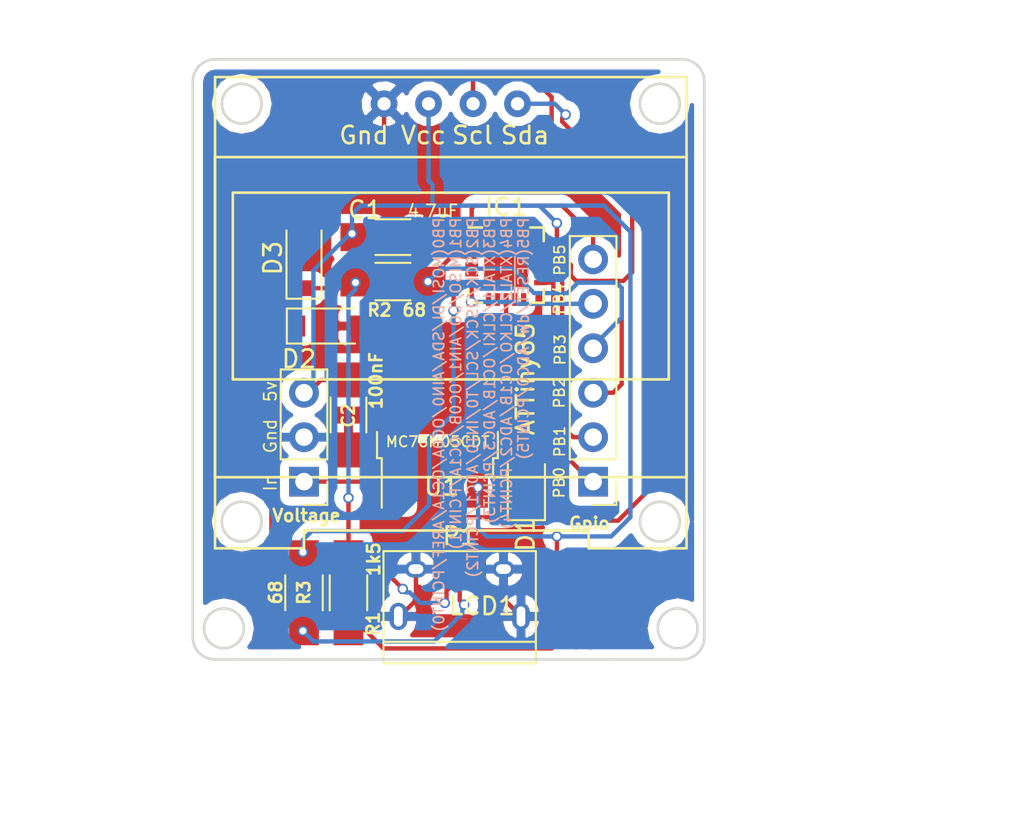
<source format=kicad_pcb>
(kicad_pcb (version 4) (host pcbnew 4.0.6)

  (general
    (links 38)
    (no_connects 0)
    (area 143.434999 91.364999 172.795001 125.805001)
    (thickness 1.6)
    (drawings 33)
    (tracks 208)
    (zones 0)
    (modules 14)
    (nets 13)
  )

  (page A4)
  (layers
    (0 F.Cu signal)
    (31 B.Cu signal)
    (32 B.Adhes user)
    (33 F.Adhes user)
    (34 B.Paste user)
    (35 F.Paste user)
    (36 B.SilkS user)
    (37 F.SilkS user)
    (38 B.Mask user)
    (39 F.Mask user)
    (40 Dwgs.User user)
    (41 Cmts.User user)
    (42 Eco1.User user)
    (43 Eco2.User user)
    (44 Edge.Cuts user)
    (45 Margin user)
    (46 B.CrtYd user)
    (47 F.CrtYd user)
    (48 B.Fab user)
    (49 F.Fab user)
  )

  (setup
    (last_trace_width 0.25)
    (trace_clearance 0.2)
    (zone_clearance 0.508)
    (zone_45_only no)
    (trace_min 0.2)
    (segment_width 0.2)
    (edge_width 0.15)
    (via_size 0.6)
    (via_drill 0.4)
    (via_min_size 0.4)
    (via_min_drill 0.3)
    (uvia_size 0.3)
    (uvia_drill 0.1)
    (uvias_allowed no)
    (uvia_min_size 0.2)
    (uvia_min_drill 0.1)
    (pcb_text_width 0.3)
    (pcb_text_size 1.5 1.5)
    (mod_edge_width 0.15)
    (mod_text_size 1 1)
    (mod_text_width 0.15)
    (pad_size 1.524 1.524)
    (pad_drill 0.762)
    (pad_to_mask_clearance 0.2)
    (aux_axis_origin 0 0)
    (visible_elements 7FFFFFFF)
    (pcbplotparams
      (layerselection 0x00030_80000001)
      (usegerberextensions false)
      (excludeedgelayer true)
      (linewidth 0.100000)
      (plotframeref false)
      (viasonmask false)
      (mode 1)
      (useauxorigin false)
      (hpglpennumber 1)
      (hpglpenspeed 20)
      (hpglpendiameter 15)
      (hpglpenoverlay 2)
      (psnegative false)
      (psa4output false)
      (plotreference true)
      (plotvalue true)
      (plotinvisibletext false)
      (padsonsilk false)
      (subtractmaskfromsilk false)
      (outputformat 1)
      (mirror false)
      (drillshape 1)
      (scaleselection 1)
      (outputdirectory ""))
  )

  (net 0 "")
  (net 1 +5V)
  (net 2 GND)
  (net 3 "Net-(D1-Pad1)")
  (net 4 "Net-(D2-Pad1)")
  (net 5 "Net-(D3-Pad1)")
  (net 6 "Net-(P3-Pad1)")
  (net 7 "Net-(IC1-Pad2)")
  (net 8 "Net-(IC1-Pad5)")
  (net 9 "Net-(IC1-Pad1)")
  (net 10 "Net-(IC1-Pad12)")
  (net 11 SDA)
  (net 12 SCL)

  (net_class Default "Ceci est la Netclass par défaut"
    (clearance 0.2)
    (trace_width 0.25)
    (via_dia 0.6)
    (via_drill 0.4)
    (uvia_dia 0.3)
    (uvia_drill 0.1)
    (add_net +5V)
    (add_net GND)
    (add_net "Net-(D1-Pad1)")
    (add_net "Net-(D2-Pad1)")
    (add_net "Net-(D3-Pad1)")
    (add_net "Net-(IC1-Pad1)")
    (add_net "Net-(IC1-Pad12)")
    (add_net "Net-(IC1-Pad2)")
    (add_net "Net-(IC1-Pad5)")
    (add_net "Net-(P3-Pad1)")
    (add_net SCL)
    (add_net SDA)
  )

  (module mcp23017_soic28:Oled96 (layer F.Cu) (tedit 598E046A) (tstamp 5A46D23C)
    (at 144.78 119.38)
    (tags "Oled 0.96")
    (path /5A46C234)
    (fp_text reference LCD1 (at 15.24 3.302) (layer F.SilkS)
      (effects (font (size 1 1) (thickness 0.15)))
    )
    (fp_text value Oled96 (at 14.478 -30.48) (layer F.Fab)
      (effects (font (size 1 1) (thickness 0.15)))
    )
    (fp_text user Sda (at 17.7 -23.6) (layer F.SilkS)
      (effects (font (size 1 1) (thickness 0.15)))
    )
    (fp_text user Scl (at 14.7 -23.6) (layer F.SilkS)
      (effects (font (size 1 1) (thickness 0.15)))
    )
    (fp_text user Vcc (at 11.9 -23.6) (layer F.SilkS)
      (effects (font (size 1 1) (thickness 0.15)))
    )
    (fp_text user Gnd (at 8.5 -23.6) (layer F.SilkS)
      (effects (font (size 1 1) (thickness 0.15)))
    )
    (fp_line (start 21.336 0) (end 26.924 0) (layer F.SilkS) (width 0.15))
    (fp_line (start 0 0) (end 5.08 0) (layer F.SilkS) (width 0.15))
    (fp_line (start 5.08 0) (end 5.08 -1.016) (layer F.SilkS) (width 0.15))
    (fp_line (start 5.08 -1.016) (end 21.336 -1.016) (layer F.SilkS) (width 0.15))
    (fp_line (start 21.336 -1.016) (end 21.336 0) (layer F.SilkS) (width 0.15))
    (fp_line (start 1.016 -20.32) (end 25.908 -20.32) (layer F.SilkS) (width 0.15))
    (fp_line (start 25.908 -20.32) (end 25.908 -9.652) (layer F.SilkS) (width 0.15))
    (fp_line (start 25.908 -9.652) (end 1.016 -9.652) (layer F.SilkS) (width 0.15))
    (fp_line (start 1.016 -9.652) (end 1.016 -20.32) (layer F.SilkS) (width 0.15))
    (fp_line (start 0 -22.352) (end 26.924 -22.352) (layer F.SilkS) (width 0.15))
    (fp_line (start 26.924 -22.352) (end 26.924 -4.064) (layer F.SilkS) (width 0.15))
    (fp_line (start 26.924 -4.064) (end 0 -4.064) (layer F.SilkS) (width 0.15))
    (fp_line (start 0 -4.064) (end 0 -22.352) (layer F.SilkS) (width 0.15))
    (fp_circle (center 25.4 -1.524) (end 25.908 -2.54) (layer F.SilkS) (width 0.15))
    (fp_circle (center 1.524 -1.524) (end 2.54 -2.032) (layer F.SilkS) (width 0.15))
    (fp_circle (center 1.524 -25.4) (end 2.54 -25.908) (layer F.SilkS) (width 0.15))
    (fp_circle (center 25.4 -25.4) (end 26.416 -25.908) (layer F.SilkS) (width 0.15))
    (fp_line (start 0 0) (end 0 -26.924) (layer F.SilkS) (width 0.15))
    (fp_line (start 0 -26.924) (end 26.924 -26.924) (layer F.SilkS) (width 0.15))
    (fp_line (start 26.924 -26.924) (end 26.924 0) (layer F.SilkS) (width 0.15))
    (pad 4 thru_hole circle (at 9.652 -25.4) (size 1.524 1.524) (drill 0.762) (layers *.Cu *.Mask)
      (net 2 GND))
    (pad 3 thru_hole circle (at 12.192 -25.4) (size 1.524 1.524) (drill 0.762) (layers *.Cu *.Mask)
      (net 1 +5V))
    (pad 2 thru_hole circle (at 14.732 -25.4) (size 1.524 1.524) (drill 0.762) (layers *.Cu *.Mask)
      (net 12 SCL))
    (pad 1 thru_hole circle (at 17.272 -25.4) (size 1.524 1.524) (drill 0.762) (layers *.Cu *.Mask)
      (net 11 SDA))
    (model ../../../../../../Users/ccadic/CloudStation/oled/oled_27x27_r2.wrl
      (at (xyz 0.53 0.53 0))
      (scale (xyz 0.3937 0.3937 0.3937))
      (rotate (xyz -90 0 0))
    )
  )

  (module Capacitors_SMD:C_1206_HandSoldering (layer F.Cu) (tedit 5A46BA19) (tstamp 5A46537C)
    (at 154.94 101.6)
    (descr "Capacitor SMD 1206, hand soldering")
    (tags "capacitor 1206")
    (path /5A4664D2)
    (attr smd)
    (fp_text reference C1 (at -1.59 -1.55) (layer F.SilkS)
      (effects (font (size 1 1) (thickness 0.15)))
    )
    (fp_text value 4.7uF (at 2.28 -1.49) (layer F.SilkS)
      (effects (font (size 0.7 0.7) (thickness 0.1)))
    )
    (fp_text user %R (at -2.6 -4.48) (layer F.Fab)
      (effects (font (size 1 1) (thickness 0.15)))
    )
    (fp_line (start -1.6 0.8) (end -1.6 -0.8) (layer F.Fab) (width 0.1))
    (fp_line (start 1.6 0.8) (end -1.6 0.8) (layer F.Fab) (width 0.1))
    (fp_line (start 1.6 -0.8) (end 1.6 0.8) (layer F.Fab) (width 0.1))
    (fp_line (start -1.6 -0.8) (end 1.6 -0.8) (layer F.Fab) (width 0.1))
    (fp_line (start 1 -1.02) (end -1 -1.02) (layer F.SilkS) (width 0.12))
    (fp_line (start -1 1.02) (end 1 1.02) (layer F.SilkS) (width 0.12))
    (fp_line (start -3.25 -1.05) (end 3.25 -1.05) (layer F.CrtYd) (width 0.05))
    (fp_line (start -3.25 -1.05) (end -3.25 1.05) (layer F.CrtYd) (width 0.05))
    (fp_line (start 3.25 1.05) (end 3.25 -1.05) (layer F.CrtYd) (width 0.05))
    (fp_line (start 3.25 1.05) (end -3.25 1.05) (layer F.CrtYd) (width 0.05))
    (pad 1 smd rect (at -2 0) (size 2 1.6) (layers F.Cu F.Paste F.Mask)
      (net 1 +5V))
    (pad 2 smd rect (at 2 0) (size 2 1.6) (layers F.Cu F.Paste F.Mask)
      (net 2 GND))
    (model Capacitors_SMD.3dshapes/C_1206.wrl
      (at (xyz 0 0 0))
      (scale (xyz 1 1 1))
      (rotate (xyz 0 0 0))
    )
  )

  (module Capacitors_SMD:C_1206_HandSoldering (layer F.Cu) (tedit 5A46C3FE) (tstamp 5A46538D)
    (at 152.4 111.76 270)
    (descr "Capacitor SMD 1206, hand soldering")
    (tags "capacitor 1206")
    (path /5A46655D)
    (attr smd)
    (fp_text reference C2 (at 0.03 0.01 270) (layer F.SilkS)
      (effects (font (size 0.7 0.7) (thickness 0.15)))
    )
    (fp_text value 100nF (at -1.96 -1.57 270) (layer F.SilkS)
      (effects (font (size 0.7 0.7) (thickness 0.15)))
    )
    (fp_text user %R (at -5.08 13.97 270) (layer F.Fab)
      (effects (font (size 1 1) (thickness 0.15)))
    )
    (fp_line (start -1.6 0.8) (end -1.6 -0.8) (layer F.Fab) (width 0.1))
    (fp_line (start 1.6 0.8) (end -1.6 0.8) (layer F.Fab) (width 0.1))
    (fp_line (start 1.6 -0.8) (end 1.6 0.8) (layer F.Fab) (width 0.1))
    (fp_line (start -1.6 -0.8) (end 1.6 -0.8) (layer F.Fab) (width 0.1))
    (fp_line (start 1 -1.02) (end -1 -1.02) (layer F.SilkS) (width 0.12))
    (fp_line (start -1 1.02) (end 1 1.02) (layer F.SilkS) (width 0.12))
    (fp_line (start -3.25 -1.05) (end 3.25 -1.05) (layer F.CrtYd) (width 0.05))
    (fp_line (start -3.25 -1.05) (end -3.25 1.05) (layer F.CrtYd) (width 0.05))
    (fp_line (start 3.25 1.05) (end 3.25 -1.05) (layer F.CrtYd) (width 0.05))
    (fp_line (start 3.25 1.05) (end -3.25 1.05) (layer F.CrtYd) (width 0.05))
    (pad 1 smd rect (at -2 0 270) (size 2 1.6) (layers F.Cu F.Paste F.Mask)
      (net 1 +5V))
    (pad 2 smd rect (at 2 0 270) (size 2 1.6) (layers F.Cu F.Paste F.Mask)
      (net 2 GND))
    (model Capacitors_SMD.3dshapes/C_1206.wrl
      (at (xyz 0 0 0))
      (scale (xyz 1 1 1))
      (rotate (xyz 0 0 0))
    )
  )

  (module Diodes_SMD:D_1206 (layer F.Cu) (tedit 5A46C415) (tstamp 5A4653A5)
    (at 162.56 115.57 90)
    (descr "Diode SMD 1206, reflow soldering http://datasheets.avx.com/schottky.pdf")
    (tags "Diode 1206")
    (path /5A4682A6)
    (attr smd)
    (fp_text reference D1 (at -3.02 -0.05 90) (layer F.SilkS)
      (effects (font (size 1 1) (thickness 0.15)))
    )
    (fp_text value D_Small (at 5.08 11.43 90) (layer F.Fab)
      (effects (font (size 1 1) (thickness 0.15)))
    )
    (fp_text user %R (at 0 12.7 90) (layer F.Fab)
      (effects (font (size 1 1) (thickness 0.15)))
    )
    (fp_line (start -0.254 -0.254) (end -0.254 0.254) (layer F.Fab) (width 0.1))
    (fp_line (start 0.127 0) (end 0.381 0) (layer F.Fab) (width 0.1))
    (fp_line (start -0.254 0) (end -0.508 0) (layer F.Fab) (width 0.1))
    (fp_line (start 0.127 0.254) (end -0.254 0) (layer F.Fab) (width 0.1))
    (fp_line (start 0.127 -0.254) (end 0.127 0.254) (layer F.Fab) (width 0.1))
    (fp_line (start -0.254 0) (end 0.127 -0.254) (layer F.Fab) (width 0.1))
    (fp_line (start -2.2 -1.06) (end -2.2 1.06) (layer F.SilkS) (width 0.12))
    (fp_line (start -1.7 0.95) (end -1.7 -0.95) (layer F.Fab) (width 0.1))
    (fp_line (start 1.7 0.95) (end -1.7 0.95) (layer F.Fab) (width 0.1))
    (fp_line (start 1.7 -0.95) (end 1.7 0.95) (layer F.Fab) (width 0.1))
    (fp_line (start -1.7 -0.95) (end 1.7 -0.95) (layer F.Fab) (width 0.1))
    (fp_line (start -2.3 -1.16) (end 2.3 -1.16) (layer F.CrtYd) (width 0.05))
    (fp_line (start -2.3 1.16) (end 2.3 1.16) (layer F.CrtYd) (width 0.05))
    (fp_line (start -2.3 -1.16) (end -2.3 1.16) (layer F.CrtYd) (width 0.05))
    (fp_line (start 2.3 -1.16) (end 2.3 1.16) (layer F.CrtYd) (width 0.05))
    (fp_line (start 1 -1.06) (end -2.2 -1.06) (layer F.SilkS) (width 0.12))
    (fp_line (start -2.2 1.06) (end 1 1.06) (layer F.SilkS) (width 0.12))
    (pad 1 smd rect (at -1.5 0 90) (size 1 1.6) (layers F.Cu F.Paste F.Mask)
      (net 3 "Net-(D1-Pad1)"))
    (pad 2 smd rect (at 1.5 0 90) (size 1 1.6) (layers F.Cu F.Paste F.Mask)
      (net 1 +5V))
    (model ../../../../../../Users/ccadic/CloudStation/DigiparkAttiny85/D_1206.wrl
      (at (xyz 0 0 0))
      (scale (xyz 1 1 1))
      (rotate (xyz 0 0 0))
    )
  )

  (module Diodes_SMD:D_SOD-123 (layer F.Cu) (tedit 5A46C3FD) (tstamp 5A4653BE)
    (at 151.13 106.68)
    (descr SOD-123)
    (tags SOD-123)
    (path /5A466A6B)
    (attr smd)
    (fp_text reference D2 (at -1.56 1.88) (layer F.SilkS)
      (effects (font (size 1 1) (thickness 0.15)))
    )
    (fp_text value Zener_MBR0520LT (at -15.24 5.08 90) (layer F.Fab)
      (effects (font (size 1 1) (thickness 0.15)))
    )
    (fp_text user %R (at -13.97 -2.54) (layer F.Fab)
      (effects (font (size 1 1) (thickness 0.15)))
    )
    (fp_line (start -2.25 -1) (end -2.25 1) (layer F.SilkS) (width 0.12))
    (fp_line (start 0.25 0) (end 0.75 0) (layer F.Fab) (width 0.1))
    (fp_line (start 0.25 0.4) (end -0.35 0) (layer F.Fab) (width 0.1))
    (fp_line (start 0.25 -0.4) (end 0.25 0.4) (layer F.Fab) (width 0.1))
    (fp_line (start -0.35 0) (end 0.25 -0.4) (layer F.Fab) (width 0.1))
    (fp_line (start -0.35 0) (end -0.35 0.55) (layer F.Fab) (width 0.1))
    (fp_line (start -0.35 0) (end -0.35 -0.55) (layer F.Fab) (width 0.1))
    (fp_line (start -0.75 0) (end -0.35 0) (layer F.Fab) (width 0.1))
    (fp_line (start -1.4 0.9) (end -1.4 -0.9) (layer F.Fab) (width 0.1))
    (fp_line (start 1.4 0.9) (end -1.4 0.9) (layer F.Fab) (width 0.1))
    (fp_line (start 1.4 -0.9) (end 1.4 0.9) (layer F.Fab) (width 0.1))
    (fp_line (start -1.4 -0.9) (end 1.4 -0.9) (layer F.Fab) (width 0.1))
    (fp_line (start -2.35 -1.15) (end 2.35 -1.15) (layer F.CrtYd) (width 0.05))
    (fp_line (start 2.35 -1.15) (end 2.35 1.15) (layer F.CrtYd) (width 0.05))
    (fp_line (start 2.35 1.15) (end -2.35 1.15) (layer F.CrtYd) (width 0.05))
    (fp_line (start -2.35 -1.15) (end -2.35 1.15) (layer F.CrtYd) (width 0.05))
    (fp_line (start -2.25 1) (end 1.65 1) (layer F.SilkS) (width 0.12))
    (fp_line (start -2.25 -1) (end 1.65 -1) (layer F.SilkS) (width 0.12))
    (pad 1 smd rect (at -1.65 0) (size 0.9 1.2) (layers F.Cu F.Paste F.Mask)
      (net 4 "Net-(D2-Pad1)"))
    (pad 2 smd rect (at 1.65 0) (size 0.9 1.2) (layers F.Cu F.Paste F.Mask)
      (net 2 GND))
    (model ../../../../../../Users/ccadic/CloudStation/DigiparkAttiny85/D_SOD-123.wrl
      (at (xyz 0 0 0))
      (scale (xyz 1 1 1))
      (rotate (xyz 0 0 0))
    )
  )

  (module Diodes_SMD:D_SOD-123 (layer F.Cu) (tedit 5A46C3FB) (tstamp 5A4653D7)
    (at 149.86 102.87 90)
    (descr SOD-123)
    (tags SOD-123)
    (path /5A466F74)
    (attr smd)
    (fp_text reference D3 (at 0.07 -1.78 90) (layer F.SilkS)
      (effects (font (size 1 1) (thickness 0.15)))
    )
    (fp_text value Zener_MBR0520LT (at -3.81 -16.51 90) (layer F.Fab)
      (effects (font (size 1 1) (thickness 0.15)))
    )
    (fp_text user %R (at 1.27 -12.7 90) (layer F.Fab)
      (effects (font (size 1 1) (thickness 0.15)))
    )
    (fp_line (start -2.25 -1) (end -2.25 1) (layer F.SilkS) (width 0.12))
    (fp_line (start 0.25 0) (end 0.75 0) (layer F.Fab) (width 0.1))
    (fp_line (start 0.25 0.4) (end -0.35 0) (layer F.Fab) (width 0.1))
    (fp_line (start 0.25 -0.4) (end 0.25 0.4) (layer F.Fab) (width 0.1))
    (fp_line (start -0.35 0) (end 0.25 -0.4) (layer F.Fab) (width 0.1))
    (fp_line (start -0.35 0) (end -0.35 0.55) (layer F.Fab) (width 0.1))
    (fp_line (start -0.35 0) (end -0.35 -0.55) (layer F.Fab) (width 0.1))
    (fp_line (start -0.75 0) (end -0.35 0) (layer F.Fab) (width 0.1))
    (fp_line (start -1.4 0.9) (end -1.4 -0.9) (layer F.Fab) (width 0.1))
    (fp_line (start 1.4 0.9) (end -1.4 0.9) (layer F.Fab) (width 0.1))
    (fp_line (start 1.4 -0.9) (end 1.4 0.9) (layer F.Fab) (width 0.1))
    (fp_line (start -1.4 -0.9) (end 1.4 -0.9) (layer F.Fab) (width 0.1))
    (fp_line (start -2.35 -1.15) (end 2.35 -1.15) (layer F.CrtYd) (width 0.05))
    (fp_line (start 2.35 -1.15) (end 2.35 1.15) (layer F.CrtYd) (width 0.05))
    (fp_line (start 2.35 1.15) (end -2.35 1.15) (layer F.CrtYd) (width 0.05))
    (fp_line (start -2.35 -1.15) (end -2.35 1.15) (layer F.CrtYd) (width 0.05))
    (fp_line (start -2.25 1) (end 1.65 1) (layer F.SilkS) (width 0.12))
    (fp_line (start -2.25 -1) (end 1.65 -1) (layer F.SilkS) (width 0.12))
    (pad 1 smd rect (at -1.65 0 90) (size 0.9 1.2) (layers F.Cu F.Paste F.Mask)
      (net 5 "Net-(D3-Pad1)"))
    (pad 2 smd rect (at 1.65 0 90) (size 0.9 1.2) (layers F.Cu F.Paste F.Mask)
      (net 2 GND))
    (model ../../../../../../Users/ccadic/CloudStation/DigiparkAttiny85/D_SOD-123.wrl
      (at (xyz 0 0 0))
      (scale (xyz 1 1 1))
      (rotate (xyz 0 0 0))
    )
  )

  (module Connect:USB_Micro-B (layer F.Cu) (tedit 5543E447) (tstamp 5A4653ED)
    (at 158.75 121.92)
    (descr "Micro USB Type B Receptacle")
    (tags "USB USB_B USB_micro USB_OTG")
    (path /5A4678CB)
    (attr smd)
    (fp_text reference P1 (at 0 -3.24) (layer F.SilkS)
      (effects (font (size 1 1) (thickness 0.15)))
    )
    (fp_text value USB_OTG (at 0 5.01) (layer F.Fab)
      (effects (font (size 1 1) (thickness 0.15)))
    )
    (fp_line (start -4.6 -2.59) (end 4.6 -2.59) (layer F.CrtYd) (width 0.05))
    (fp_line (start 4.6 -2.59) (end 4.6 4.26) (layer F.CrtYd) (width 0.05))
    (fp_line (start 4.6 4.26) (end -4.6 4.26) (layer F.CrtYd) (width 0.05))
    (fp_line (start -4.6 4.26) (end -4.6 -2.59) (layer F.CrtYd) (width 0.05))
    (fp_line (start -4.35 4.03) (end 4.35 4.03) (layer F.SilkS) (width 0.12))
    (fp_line (start -4.35 -2.38) (end 4.35 -2.38) (layer F.SilkS) (width 0.12))
    (fp_line (start 4.35 -2.38) (end 4.35 4.03) (layer F.SilkS) (width 0.12))
    (fp_line (start 4.35 2.8) (end -4.35 2.8) (layer F.SilkS) (width 0.12))
    (fp_line (start -4.35 4.03) (end -4.35 -2.38) (layer F.SilkS) (width 0.12))
    (pad 1 smd rect (at -1.3 -1.35 90) (size 1.35 0.4) (layers F.Cu F.Paste F.Mask)
      (net 3 "Net-(D1-Pad1)"))
    (pad 2 smd rect (at -0.65 -1.35 90) (size 1.35 0.4) (layers F.Cu F.Paste F.Mask)
      (net 5 "Net-(D3-Pad1)"))
    (pad 3 smd rect (at 0 -1.35 90) (size 1.35 0.4) (layers F.Cu F.Paste F.Mask)
      (net 4 "Net-(D2-Pad1)"))
    (pad 4 smd rect (at 0.65 -1.35 90) (size 1.35 0.4) (layers F.Cu F.Paste F.Mask))
    (pad 5 smd rect (at 1.3 -1.35 90) (size 1.35 0.4) (layers F.Cu F.Paste F.Mask)
      (net 2 GND))
    (pad 6 thru_hole oval (at -2.5 -1.35 90) (size 0.95 1.25) (drill oval 0.55 0.85) (layers *.Cu *.Mask)
      (net 2 GND))
    (pad 6 thru_hole oval (at 2.5 -1.35 90) (size 0.95 1.25) (drill oval 0.55 0.85) (layers *.Cu *.Mask)
      (net 2 GND))
    (pad 6 thru_hole oval (at -3.5 1.35 90) (size 1.55 1) (drill oval 1.15 0.5) (layers *.Cu *.Mask)
      (net 2 GND))
    (pad 6 thru_hole oval (at 3.5 1.35 90) (size 1.55 1) (drill oval 1.15 0.5) (layers *.Cu *.Mask)
      (net 2 GND))
    (model ../../../../../../Users/ccadic/CloudStation/DigiparkAttiny85/Conn_USB-micro-2.0_socket_right-angle.wrl
      (at (xyz 0 -0.05 0))
      (scale (xyz 1 1 1))
      (rotate (xyz 0 0 -90))
    )
  )

  (module Socket_Strips:Socket_Strip_Straight_1x03_Pitch2.54mm (layer F.Cu) (tedit 5A46C405) (tstamp 5A465403)
    (at 149.86 115.57 180)
    (descr "Through hole straight socket strip, 1x03, 2.54mm pitch, single row")
    (tags "Through hole socket strip THT 1x03 2.54mm single row")
    (path /5A4640DC)
    (fp_text reference Voltage (at -0.14 -1.94 180) (layer F.SilkS)
      (effects (font (size 0.7 0.7) (thickness 0.15)))
    )
    (fp_text value Voltage (at 11.43 2.54 270) (layer F.Fab)
      (effects (font (size 1 1) (thickness 0.15)))
    )
    (fp_line (start -1.27 -1.27) (end -1.27 6.35) (layer F.Fab) (width 0.1))
    (fp_line (start -1.27 6.35) (end 1.27 6.35) (layer F.Fab) (width 0.1))
    (fp_line (start 1.27 6.35) (end 1.27 -1.27) (layer F.Fab) (width 0.1))
    (fp_line (start 1.27 -1.27) (end -1.27 -1.27) (layer F.Fab) (width 0.1))
    (fp_line (start -1.33 1.27) (end -1.33 6.41) (layer F.SilkS) (width 0.12))
    (fp_line (start -1.33 6.41) (end 1.33 6.41) (layer F.SilkS) (width 0.12))
    (fp_line (start 1.33 6.41) (end 1.33 1.27) (layer F.SilkS) (width 0.12))
    (fp_line (start 1.33 1.27) (end -1.33 1.27) (layer F.SilkS) (width 0.12))
    (fp_line (start -1.33 0) (end -1.33 -1.33) (layer F.SilkS) (width 0.12))
    (fp_line (start -1.33 -1.33) (end 0 -1.33) (layer F.SilkS) (width 0.12))
    (fp_line (start -1.8 -1.8) (end -1.8 6.85) (layer F.CrtYd) (width 0.05))
    (fp_line (start -1.8 6.85) (end 1.8 6.85) (layer F.CrtYd) (width 0.05))
    (fp_line (start 1.8 6.85) (end 1.8 -1.8) (layer F.CrtYd) (width 0.05))
    (fp_line (start 1.8 -1.8) (end -1.8 -1.8) (layer F.CrtYd) (width 0.05))
    (fp_text user %R (at 0 -2.33 180) (layer F.Fab)
      (effects (font (size 1 1) (thickness 0.15)))
    )
    (pad 1 thru_hole rect (at 0 0 180) (size 1.7 1.7) (drill 1) (layers *.Cu *.Mask)
      (net 6 "Net-(P3-Pad1)"))
    (pad 2 thru_hole oval (at 0 2.54 180) (size 1.7 1.7) (drill 1) (layers *.Cu *.Mask)
      (net 2 GND))
    (pad 3 thru_hole oval (at 0 5.08 180) (size 1.7 1.7) (drill 1) (layers *.Cu *.Mask)
      (net 1 +5V))
  )

  (module Resistors_SMD:R_1206_HandSoldering (layer F.Cu) (tedit 5A46BAC5) (tstamp 5A465414)
    (at 152.4 121.92 270)
    (descr "Resistor SMD 1206, hand soldering")
    (tags "resistor 1206")
    (path /5A46A185)
    (attr smd)
    (fp_text reference R1 (at 1.78 -1.41 270) (layer F.SilkS)
      (effects (font (size 0.7 0.7) (thickness 0.15)))
    )
    (fp_text value 1k5 (at -1.92 -1.44 270) (layer F.SilkS)
      (effects (font (size 0.7 0.7) (thickness 0.15)))
    )
    (fp_text user %R (at 0 0 270) (layer F.Fab)
      (effects (font (size 0.7 0.7) (thickness 0.105)))
    )
    (fp_line (start -1.6 0.8) (end -1.6 -0.8) (layer F.Fab) (width 0.1))
    (fp_line (start 1.6 0.8) (end -1.6 0.8) (layer F.Fab) (width 0.1))
    (fp_line (start 1.6 -0.8) (end 1.6 0.8) (layer F.Fab) (width 0.1))
    (fp_line (start -1.6 -0.8) (end 1.6 -0.8) (layer F.Fab) (width 0.1))
    (fp_line (start 1 1.07) (end -1 1.07) (layer F.SilkS) (width 0.12))
    (fp_line (start -1 -1.07) (end 1 -1.07) (layer F.SilkS) (width 0.12))
    (fp_line (start -3.25 -1.11) (end 3.25 -1.11) (layer F.CrtYd) (width 0.05))
    (fp_line (start -3.25 -1.11) (end -3.25 1.1) (layer F.CrtYd) (width 0.05))
    (fp_line (start 3.25 1.1) (end 3.25 -1.11) (layer F.CrtYd) (width 0.05))
    (fp_line (start 3.25 1.1) (end -3.25 1.1) (layer F.CrtYd) (width 0.05))
    (pad 1 smd rect (at -2 0 270) (size 2 1.7) (layers F.Cu F.Paste F.Mask)
      (net 5 "Net-(D3-Pad1)"))
    (pad 2 smd rect (at 2 0 270) (size 2 1.7) (layers F.Cu F.Paste F.Mask)
      (net 1 +5V))
    (model ${KISYS3DMOD}/Resistors_SMD.3dshapes/R_1206.wrl
      (at (xyz 0 0 0))
      (scale (xyz 1 1 1))
      (rotate (xyz 0 0 0))
    )
  )

  (module Resistors_SMD:R_1206_HandSoldering (layer F.Cu) (tedit 5A46BA48) (tstamp 5A465425)
    (at 154.94 104.14 180)
    (descr "Resistor SMD 1206, hand soldering")
    (tags "resistor 1206")
    (path /5A465C78)
    (attr smd)
    (fp_text reference R2 (at 0.77 -1.63 180) (layer F.SilkS)
      (effects (font (size 0.7 0.7) (thickness 0.15)))
    )
    (fp_text value 68 (at -1.22 -1.63 180) (layer F.SilkS)
      (effects (font (size 0.7 0.7) (thickness 0.15)))
    )
    (fp_text user %R (at 0 0 180) (layer F.Fab)
      (effects (font (size 0.7 0.7) (thickness 0.105)))
    )
    (fp_line (start -1.6 0.8) (end -1.6 -0.8) (layer F.Fab) (width 0.1))
    (fp_line (start 1.6 0.8) (end -1.6 0.8) (layer F.Fab) (width 0.1))
    (fp_line (start 1.6 -0.8) (end 1.6 0.8) (layer F.Fab) (width 0.1))
    (fp_line (start -1.6 -0.8) (end 1.6 -0.8) (layer F.Fab) (width 0.1))
    (fp_line (start 1 1.07) (end -1 1.07) (layer F.SilkS) (width 0.12))
    (fp_line (start -1 -1.07) (end 1 -1.07) (layer F.SilkS) (width 0.12))
    (fp_line (start -3.25 -1.11) (end 3.25 -1.11) (layer F.CrtYd) (width 0.05))
    (fp_line (start -3.25 -1.11) (end -3.25 1.1) (layer F.CrtYd) (width 0.05))
    (fp_line (start 3.25 1.1) (end 3.25 -1.11) (layer F.CrtYd) (width 0.05))
    (fp_line (start 3.25 1.1) (end -3.25 1.1) (layer F.CrtYd) (width 0.05))
    (pad 1 smd rect (at -2 0 180) (size 2 1.7) (layers F.Cu F.Paste F.Mask)
      (net 7 "Net-(IC1-Pad2)"))
    (pad 2 smd rect (at 2 0 180) (size 2 1.7) (layers F.Cu F.Paste F.Mask)
      (net 5 "Net-(D3-Pad1)"))
    (model ${KISYS3DMOD}/Resistors_SMD.3dshapes/R_1206.wrl
      (at (xyz 0 0 0))
      (scale (xyz 1 1 1))
      (rotate (xyz 0 0 0))
    )
  )

  (module Resistors_SMD:R_1206_HandSoldering (layer F.Cu) (tedit 5A46BA7C) (tstamp 5A465436)
    (at 149.86 121.92 270)
    (descr "Resistor SMD 1206, hand soldering")
    (tags "resistor 1206")
    (path /5A465EB1)
    (attr smd)
    (fp_text reference R3 (at -0.01 0.01 270) (layer F.SilkS)
      (effects (font (size 0.7 0.7) (thickness 0.15)))
    )
    (fp_text value 68 (at -0.02 1.62 270) (layer F.SilkS)
      (effects (font (size 0.7 0.7) (thickness 0.15)))
    )
    (fp_text user %R (at 0 0 270) (layer F.Fab)
      (effects (font (size 0.7 0.7) (thickness 0.105)))
    )
    (fp_line (start -1.6 0.8) (end -1.6 -0.8) (layer F.Fab) (width 0.1))
    (fp_line (start 1.6 0.8) (end -1.6 0.8) (layer F.Fab) (width 0.1))
    (fp_line (start 1.6 -0.8) (end 1.6 0.8) (layer F.Fab) (width 0.1))
    (fp_line (start -1.6 -0.8) (end 1.6 -0.8) (layer F.Fab) (width 0.1))
    (fp_line (start 1 1.07) (end -1 1.07) (layer F.SilkS) (width 0.12))
    (fp_line (start -1 -1.07) (end 1 -1.07) (layer F.SilkS) (width 0.12))
    (fp_line (start -3.25 -1.11) (end 3.25 -1.11) (layer F.CrtYd) (width 0.05))
    (fp_line (start -3.25 -1.11) (end -3.25 1.1) (layer F.CrtYd) (width 0.05))
    (fp_line (start 3.25 1.1) (end 3.25 -1.11) (layer F.CrtYd) (width 0.05))
    (fp_line (start 3.25 1.1) (end -3.25 1.1) (layer F.CrtYd) (width 0.05))
    (pad 1 smd rect (at -2 0 270) (size 2 1.7) (layers F.Cu F.Paste F.Mask)
      (net 8 "Net-(IC1-Pad5)"))
    (pad 2 smd rect (at 2 0 270) (size 2 1.7) (layers F.Cu F.Paste F.Mask)
      (net 4 "Net-(D2-Pad1)"))
    (model ${KISYS3DMOD}/Resistors_SMD.3dshapes/R_1206.wrl
      (at (xyz 0 0 0))
      (scale (xyz 1 1 1))
      (rotate (xyz 0 0 0))
    )
  )

  (module Housings_DFN_QFN:QFN-20-1EP_4x4mm_Pitch0.5mm (layer F.Cu) (tedit 5A46B8F4) (tstamp 5A4657EE)
    (at 161.4 103.2)
    (descr "20-Lead Plastic Quad Flat, No Lead Package (ML) - 4x4x0.9 mm Body [QFN]; (see Microchip Packaging Specification 00000049BS.pdf)")
    (tags "QFN 0.5")
    (path /5A463C26)
    (attr smd)
    (fp_text reference IC1 (at 0 -3.33) (layer F.SilkS)
      (effects (font (size 1 1) (thickness 0.15)))
    )
    (fp_text value ATTINY85-M (at 0.05 -6.09) (layer F.Fab)
      (effects (font (size 1 1) (thickness 0.15)))
    )
    (fp_line (start -1 -2) (end 2 -2) (layer F.Fab) (width 0.15))
    (fp_line (start 2 -2) (end 2 2) (layer F.Fab) (width 0.15))
    (fp_line (start 2 2) (end -2 2) (layer F.Fab) (width 0.15))
    (fp_line (start -2 2) (end -2 -1) (layer F.Fab) (width 0.15))
    (fp_line (start -2 -1) (end -1 -2) (layer F.Fab) (width 0.15))
    (fp_line (start -2.6 -2.6) (end -2.6 2.6) (layer F.CrtYd) (width 0.05))
    (fp_line (start 2.6 -2.6) (end 2.6 2.6) (layer F.CrtYd) (width 0.05))
    (fp_line (start -2.6 -2.6) (end 2.6 -2.6) (layer F.CrtYd) (width 0.05))
    (fp_line (start -2.6 2.6) (end 2.6 2.6) (layer F.CrtYd) (width 0.05))
    (fp_line (start 2.15 -2.15) (end 2.15 -1.375) (layer F.SilkS) (width 0.15))
    (fp_line (start -2.15 2.15) (end -2.15 1.375) (layer F.SilkS) (width 0.15))
    (fp_line (start 2.15 2.15) (end 2.15 1.375) (layer F.SilkS) (width 0.15))
    (fp_line (start -2.15 -2.15) (end -1.375 -2.15) (layer F.SilkS) (width 0.15))
    (fp_line (start -2.15 2.15) (end -1.375 2.15) (layer F.SilkS) (width 0.15))
    (fp_line (start 2.15 2.15) (end 1.375 2.15) (layer F.SilkS) (width 0.15))
    (fp_line (start 2.15 -2.15) (end 1.375 -2.15) (layer F.SilkS) (width 0.15))
    (pad 1 smd rect (at -1.965 -1) (size 0.73 0.3) (layers F.Cu F.Paste F.Mask)
      (net 9 "Net-(IC1-Pad1)"))
    (pad 2 smd rect (at -1.965 -0.5) (size 0.73 0.3) (layers F.Cu F.Paste F.Mask)
      (net 7 "Net-(IC1-Pad2)"))
    (pad 3 smd rect (at -1.965 0) (size 0.73 0.3) (layers F.Cu F.Paste F.Mask))
    (pad 4 smd rect (at -1.965 0.5) (size 0.73 0.3) (layers F.Cu F.Paste F.Mask))
    (pad 5 smd rect (at -1.965 1) (size 0.73 0.3) (layers F.Cu F.Paste F.Mask)
      (net 8 "Net-(IC1-Pad5)"))
    (pad 6 smd rect (at -1 1.965 90) (size 0.73 0.3) (layers F.Cu F.Paste F.Mask))
    (pad 7 smd rect (at -0.5 1.965 90) (size 0.73 0.3) (layers F.Cu F.Paste F.Mask))
    (pad 8 smd rect (at 0 1.965 90) (size 0.73 0.3) (layers F.Cu F.Paste F.Mask)
      (net 2 GND))
    (pad 9 smd rect (at 0.5 1.965 90) (size 0.73 0.3) (layers F.Cu F.Paste F.Mask))
    (pad 10 smd rect (at 1 1.965 90) (size 0.73 0.3) (layers F.Cu F.Paste F.Mask))
    (pad 11 smd rect (at 1.965 1) (size 0.73 0.3) (layers F.Cu F.Paste F.Mask)
      (net 11 SDA))
    (pad 12 smd rect (at 1.965 0.5) (size 0.73 0.3) (layers F.Cu F.Paste F.Mask)
      (net 10 "Net-(IC1-Pad12)"))
    (pad 13 smd rect (at 1.965 0) (size 0.73 0.3) (layers F.Cu F.Paste F.Mask))
    (pad 14 smd rect (at 1.965 -0.5) (size 0.73 0.3) (layers F.Cu F.Paste F.Mask)
      (net 12 SCL))
    (pad 15 smd rect (at 1.965 -1) (size 0.73 0.3) (layers F.Cu F.Paste F.Mask)
      (net 1 +5V))
    (pad 16 smd rect (at 1 -1.965 90) (size 0.73 0.3) (layers F.Cu F.Paste F.Mask))
    (pad 17 smd rect (at 0.5 -1.965 90) (size 0.73 0.3) (layers F.Cu F.Paste F.Mask))
    (pad 18 smd rect (at 0 -1.965 90) (size 0.73 0.3) (layers F.Cu F.Paste F.Mask))
    (pad 19 smd rect (at -0.5 -1.965 90) (size 0.73 0.3) (layers F.Cu F.Paste F.Mask))
    (pad 20 smd rect (at -1 -1.965 90) (size 0.73 0.3) (layers F.Cu F.Paste F.Mask))
    (pad 21 smd rect (at 0.625 0.625) (size 1.25 1.25) (layers F.Cu F.Paste F.Mask)
      (solder_paste_margin_ratio -0.2))
    (pad 21 smd rect (at 0.625 -0.625) (size 1.25 1.25) (layers F.Cu F.Paste F.Mask)
      (solder_paste_margin_ratio -0.2))
    (pad 21 smd rect (at -0.625 0.625) (size 1.25 1.25) (layers F.Cu F.Paste F.Mask)
      (solder_paste_margin_ratio -0.2))
    (pad 21 smd rect (at -0.625 -0.625) (size 1.25 1.25) (layers F.Cu F.Paste F.Mask)
      (solder_paste_margin_ratio -0.2))
    (model ${KISYS3DMOD}/Housings_DFN_QFN.3dshapes/QFN-20-1EP_4x4mm_Pitch0.5mm.wrl
      (at (xyz 0 0 0))
      (scale (xyz 1 1 1))
      (rotate (xyz 0 0 0))
    )
  )

  (module TO_SOT_Packages_SMD:TO-252-2 (layer F.Cu) (tedit 5A46C402) (tstamp 5A465812)
    (at 157.48 111.76 90)
    (descr "TO-252 / DPAK SMD package, http://www.infineon.com/cms/en/product/packages/PG-TO252/PG-TO252-3-1/")
    (tags "DPAK TO-252 DPAK-3 TO-252-3 SOT-428")
    (path /5A463D37)
    (attr smd)
    (fp_text reference U1 (at -4.09 0.24 180) (layer F.SilkS)
      (effects (font (size 1 1) (thickness 0.15)))
    )
    (fp_text value MC78M05CDT (at -1.53 0.01 180) (layer F.SilkS)
      (effects (font (size 0.6 0.6) (thickness 0.1)))
    )
    (fp_line (start 3.95 -2.7) (end 4.95 -2.7) (layer F.Fab) (width 0.1))
    (fp_line (start 4.95 -2.7) (end 4.95 2.7) (layer F.Fab) (width 0.1))
    (fp_line (start 4.95 2.7) (end 3.95 2.7) (layer F.Fab) (width 0.1))
    (fp_line (start 3.95 -3.25) (end 3.95 3.25) (layer F.Fab) (width 0.1))
    (fp_line (start 3.95 3.25) (end -2.27 3.25) (layer F.Fab) (width 0.1))
    (fp_line (start -2.27 3.25) (end -2.27 -2.25) (layer F.Fab) (width 0.1))
    (fp_line (start -2.27 -2.25) (end -1.27 -3.25) (layer F.Fab) (width 0.1))
    (fp_line (start -1.27 -3.25) (end 3.95 -3.25) (layer F.Fab) (width 0.1))
    (fp_line (start -1.865 -2.655) (end -4.97 -2.655) (layer F.Fab) (width 0.1))
    (fp_line (start -4.97 -2.655) (end -4.97 -1.905) (layer F.Fab) (width 0.1))
    (fp_line (start -4.97 -1.905) (end -2.27 -1.905) (layer F.Fab) (width 0.1))
    (fp_line (start -2.27 1.905) (end -4.97 1.905) (layer F.Fab) (width 0.1))
    (fp_line (start -4.97 1.905) (end -4.97 2.655) (layer F.Fab) (width 0.1))
    (fp_line (start -4.97 2.655) (end -2.27 2.655) (layer F.Fab) (width 0.1))
    (fp_line (start -0.97 -3.45) (end -2.47 -3.45) (layer F.SilkS) (width 0.12))
    (fp_line (start -2.47 -3.45) (end -2.47 -3.18) (layer F.SilkS) (width 0.12))
    (fp_line (start -2.47 -3.18) (end -5.3 -3.18) (layer F.SilkS) (width 0.12))
    (fp_line (start -0.97 3.45) (end -2.47 3.45) (layer F.SilkS) (width 0.12))
    (fp_line (start -2.47 3.45) (end -2.47 3.18) (layer F.SilkS) (width 0.12))
    (fp_line (start -2.47 3.18) (end -3.57 3.18) (layer F.SilkS) (width 0.12))
    (fp_line (start -5.55 -3.5) (end -5.55 3.5) (layer F.CrtYd) (width 0.05))
    (fp_line (start -5.55 3.5) (end 5.55 3.5) (layer F.CrtYd) (width 0.05))
    (fp_line (start 5.55 3.5) (end 5.55 -3.5) (layer F.CrtYd) (width 0.05))
    (fp_line (start 5.55 -3.5) (end -5.55 -3.5) (layer F.CrtYd) (width 0.05))
    (fp_text user %R (at 2.54 -19.05 90) (layer F.Fab)
      (effects (font (size 1 1) (thickness 0.15)))
    )
    (pad 1 smd rect (at -4.2 -2.28 90) (size 2.2 1.2) (layers F.Cu F.Paste F.Mask)
      (net 6 "Net-(P3-Pad1)"))
    (pad 3 smd rect (at -4.2 2.28 90) (size 2.2 1.2) (layers F.Cu F.Paste F.Mask)
      (net 1 +5V))
    (pad 2 smd rect (at 2.1 0 90) (size 6.4 5.8) (layers F.Cu F.Mask)
      (net 2 GND))
    (pad 2 smd rect (at 3.775 1.525 90) (size 3.05 2.75) (layers F.Cu F.Paste)
      (net 2 GND))
    (pad 2 smd rect (at 0.425 -1.525 90) (size 3.05 2.75) (layers F.Cu F.Paste)
      (net 2 GND))
    (pad 2 smd rect (at 3.775 -1.525 90) (size 3.05 2.75) (layers F.Cu F.Paste)
      (net 2 GND))
    (pad 2 smd rect (at 0.425 1.525 90) (size 3.05 2.75) (layers F.Cu F.Paste)
      (net 2 GND))
    (model ../../../../../../Users/ccadic/CloudStation/DigiparkAttiny85/TO-252-2.wrl
      (at (xyz 0 0 0))
      (scale (xyz 1 1 1))
      (rotate (xyz 0 0 0))
    )
  )

  (module Socket_Strips:Socket_Strip_Straight_1x06_Pitch2.54mm (layer F.Cu) (tedit 5A46C40C) (tstamp 5A465DAD)
    (at 166.37 115.57 180)
    (descr "Through hole straight socket strip, 1x06, 2.54mm pitch, single row")
    (tags "Through hole socket strip THT 1x06 2.54mm single row")
    (path /5A464854)
    (fp_text reference Gpio (at 0.21 -2.39 180) (layer F.SilkS)
      (effects (font (size 0.7 0.7) (thickness 0.15)))
    )
    (fp_text value GPIOs (at -10.16 13.97 180) (layer F.Fab)
      (effects (font (size 1 1) (thickness 0.15)))
    )
    (fp_line (start -1.27 -1.27) (end -1.27 13.97) (layer F.Fab) (width 0.1))
    (fp_line (start -1.27 13.97) (end 1.27 13.97) (layer F.Fab) (width 0.1))
    (fp_line (start 1.27 13.97) (end 1.27 -1.27) (layer F.Fab) (width 0.1))
    (fp_line (start 1.27 -1.27) (end -1.27 -1.27) (layer F.Fab) (width 0.1))
    (fp_line (start -1.33 1.27) (end -1.33 14.03) (layer F.SilkS) (width 0.12))
    (fp_line (start -1.33 14.03) (end 1.33 14.03) (layer F.SilkS) (width 0.12))
    (fp_line (start 1.33 14.03) (end 1.33 1.27) (layer F.SilkS) (width 0.12))
    (fp_line (start 1.33 1.27) (end -1.33 1.27) (layer F.SilkS) (width 0.12))
    (fp_line (start -1.33 0) (end -1.33 -1.33) (layer F.SilkS) (width 0.12))
    (fp_line (start -1.33 -1.33) (end 0 -1.33) (layer F.SilkS) (width 0.12))
    (fp_line (start -1.8 -1.8) (end -1.8 14.5) (layer F.CrtYd) (width 0.05))
    (fp_line (start -1.8 14.5) (end 1.8 14.5) (layer F.CrtYd) (width 0.05))
    (fp_line (start 1.8 14.5) (end 1.8 -1.8) (layer F.CrtYd) (width 0.05))
    (fp_line (start 1.8 -1.8) (end -1.8 -1.8) (layer F.CrtYd) (width 0.05))
    (fp_text user %R (at -11.43 -2.54 180) (layer F.Fab)
      (effects (font (size 1 1) (thickness 0.15)))
    )
    (pad 1 thru_hole rect (at 0 0 180) (size 1.7 1.7) (drill 1) (layers *.Cu *.Mask))
    (pad 2 thru_hole oval (at 0 2.54 180) (size 1.7 1.7) (drill 1) (layers *.Cu *.Mask)
      (net 10 "Net-(IC1-Pad12)"))
    (pad 3 thru_hole oval (at 0 5.08 180) (size 1.7 1.7) (drill 1) (layers *.Cu *.Mask))
    (pad 4 thru_hole oval (at 0 7.62 180) (size 1.7 1.7) (drill 1) (layers *.Cu *.Mask)
      (net 7 "Net-(IC1-Pad2)"))
    (pad 5 thru_hole oval (at 0 10.16 180) (size 1.7 1.7) (drill 1) (layers *.Cu *.Mask)
      (net 8 "Net-(IC1-Pad5)"))
    (pad 6 thru_hole oval (at 0 12.7 180) (size 1.7 1.7) (drill 1) (layers *.Cu *.Mask)
      (net 9 "Net-(IC1-Pad1)"))
  )

  (dimension 29.21 (width 0.3) (layer Dwgs.User)
    (gr_text "29,210 mm" (at 158.115 135.97) (layer Dwgs.User)
      (effects (font (size 1.5 1.5) (thickness 0.3)))
    )
    (feature1 (pts (xy 172.72 125.73) (xy 172.72 137.32)))
    (feature2 (pts (xy 143.51 125.73) (xy 143.51 137.32)))
    (crossbar (pts (xy 143.51 134.62) (xy 172.72 134.62)))
    (arrow1a (pts (xy 172.72 134.62) (xy 171.593496 135.206421)))
    (arrow1b (pts (xy 172.72 134.62) (xy 171.593496 134.033579)))
    (arrow2a (pts (xy 143.51 134.62) (xy 144.636504 135.206421)))
    (arrow2b (pts (xy 143.51 134.62) (xy 144.636504 134.033579)))
  )
  (dimension 34.544 (width 0.3) (layer Dwgs.User)
    (gr_text "34,544 mm" (at 188.294 108.712 270) (layer Dwgs.User)
      (effects (font (size 1.5 1.5) (thickness 0.3)))
    )
    (feature1 (pts (xy 172.72 125.984) (xy 189.644 125.984)))
    (feature2 (pts (xy 172.72 91.44) (xy 189.644 91.44)))
    (crossbar (pts (xy 186.944 91.44) (xy 186.944 125.984)))
    (arrow1a (pts (xy 186.944 125.984) (xy 186.357579 124.857496)))
    (arrow1b (pts (xy 186.944 125.984) (xy 187.530421 124.857496)))
    (arrow2a (pts (xy 186.944 91.44) (xy 186.357579 92.566504)))
    (arrow2b (pts (xy 186.944 91.44) (xy 187.530421 92.566504)))
  )
  (gr_circle (center 171.196 123.952) (end 172.212 123.444) (layer Edge.Cuts) (width 0.15))
  (gr_circle (center 145.288 123.952) (end 146.304 123.444) (layer Edge.Cuts) (width 0.15))
  (gr_circle (center 170.18 117.856) (end 171.196 117.348) (layer Edge.Cuts) (width 0.15))
  (gr_circle (center 146.304 117.856) (end 147.32 117.348) (layer Edge.Cuts) (width 0.15))
  (gr_circle (center 146.304 93.98) (end 147.32 93.472) (layer Edge.Cuts) (width 0.15))
  (gr_circle (center 170.18 93.98) (end 171.196 93.472) (layer Edge.Cuts) (width 0.15))
  (gr_line (start 144.78 91.44) (end 171.45 91.44) (angle 90) (layer Edge.Cuts) (width 0.15))
  (gr_arc (start 171.45 92.71) (end 171.45 91.44) (angle 90) (layer Edge.Cuts) (width 0.15))
  (gr_arc (start 144.78 92.71) (end 143.51 92.71) (angle 90) (layer Edge.Cuts) (width 0.15))
  (gr_arc (start 144.78 124.46) (end 144.78 125.73) (angle 90) (layer Edge.Cuts) (width 0.15))
  (gr_arc (start 171.45 124.46) (end 172.72 124.46) (angle 90) (layer Edge.Cuts) (width 0.15))
  (gr_line (start 170.18 125.73) (end 171.45 125.73) (angle 90) (layer Edge.Cuts) (width 0.15))
  (gr_line (start 172.72 92.71) (end 172.72 124.46) (angle 90) (layer Edge.Cuts) (width 0.15))
  (gr_line (start 143.51 124.46) (end 143.51 92.71) (angle 90) (layer Edge.Cuts) (width 0.15))
  (gr_line (start 146.05 125.73) (end 144.78 125.73) (angle 90) (layer Edge.Cuts) (width 0.15))
  (gr_line (start 148.59 125.73) (end 146.05 125.73) (angle 90) (layer Edge.Cuts) (width 0.15))
  (gr_line (start 170.18 125.73) (end 167.64 125.73) (angle 90) (layer Edge.Cuts) (width 0.15))
  (gr_text PB5 (at 164.46 102.91 90) (layer F.SilkS)
    (effects (font (size 0.6 0.6) (thickness 0.1)))
  )
  (gr_text PB4 (at 164.43 105.14 90) (layer F.SilkS)
    (effects (font (size 0.6 0.6) (thickness 0.1)))
  )
  (gr_text PB3 (at 164.48 108.03 90) (layer F.SilkS)
    (effects (font (size 0.6 0.6) (thickness 0.1)))
  )
  (gr_text PB2 (at 164.44 110.49 90) (layer F.SilkS)
    (effects (font (size 0.6 0.6) (thickness 0.1)))
  )
  (gr_text PB1 (at 164.46 113.28 90) (layer F.SilkS)
    (effects (font (size 0.6 0.6) (thickness 0.1)))
  )
  (gr_text PB0 (at 164.43 115.63 90) (layer F.SilkS)
    (effects (font (size 0.6 0.6) (thickness 0.1)))
  )
  (gr_text "PB0(MOSI/DI/SDA/AIN0/OC0A/OC1A/AREF/PCINT0)\nPB1(MISO/DO/AIN1/OC0B/OC1A/PCINT1)\nPB2(SCK/USCK/SCL/T0/INT0/ADC1/PCINT2)\nPB3(XTAL1/CLKI/OC1B/ADC3/PCINT3)\nPB4(XTAL2/CLKO/OC1B/ADC2/PCINT4)\nPB5(~RESET~/dW/ADC0/PCINT5)" (at 159.98 100.42 90) (layer B.SilkS)
    (effects (font (size 0.6 0.6) (thickness 0.1)) (justify left mirror))
  )
  (gr_text "Dr Cadic\n(c)2017" (at 167.132 123.952) (layer F.Cu)
    (effects (font (size 0.7 0.7) (thickness 0.15)))
  )
  (gr_text In (at 147.94 115.64 90) (layer F.SilkS)
    (effects (font (size 0.7 0.7) (thickness 0.1)))
  )
  (gr_text Gnd (at 147.94 112.97 90) (layer F.SilkS)
    (effects (font (size 0.7 0.7) (thickness 0.1)))
  )
  (gr_text 5v (at 147.94 110.42 90) (layer F.SilkS)
    (effects (font (size 0.7 0.7) (thickness 0.1)))
  )
  (gr_text ATTiny85 (at 162.5 109.7 90) (layer F.SilkS)
    (effects (font (size 1 1) (thickness 0.15)))
  )
  (gr_line (start 167.64 125.73) (end 153.67 125.73) (angle 90) (layer Edge.Cuts) (width 0.15))
  (gr_line (start 153.67 125.73) (end 148.59 125.73) (angle 90) (layer Edge.Cuts) (width 0.15))

  (segment (start 157.2 99.8) (end 157.2 98.6) (width 0.25) (layer B.Cu) (net 1))
  (segment (start 156.972 98.372) (end 156.972 93.98) (width 0.25) (layer B.Cu) (net 1) (tstamp 5A46D410))
  (segment (start 157.2 98.6) (end 156.972 98.372) (width 0.25) (layer B.Cu) (net 1) (tstamp 5A46D40F))
  (segment (start 152.6 101.4) (end 152.5 101.4) (width 0.25) (layer B.Cu) (net 1))
  (segment (start 150.4 103.5) (end 150.4 109.95) (width 0.25) (layer B.Cu) (net 1) (tstamp 5A46936F))
  (segment (start 152.5 101.4) (end 150.4 103.5) (width 0.25) (layer B.Cu) (net 1) (tstamp 5A46936C))
  (segment (start 150.4 109.95) (end 149.86 110.49) (width 0.25) (layer B.Cu) (net 1) (tstamp 5A469375))
  (segment (start 152.4 123.92) (end 153.22 123.92) (width 0.25) (layer F.Cu) (net 1))
  (segment (start 153.22 123.92) (end 154.4 125.1) (width 0.25) (layer F.Cu) (net 1) (tstamp 5A469352))
  (segment (start 154.4 125.1) (end 164 125.1) (width 0.25) (layer F.Cu) (net 1) (tstamp 5A469357))
  (segment (start 164 125.1) (end 164.3 124.8) (width 0.25) (layer F.Cu) (net 1) (tstamp 5A46935C))
  (segment (start 164.3 124.8) (end 164.3 118.7) (width 0.25) (layer F.Cu) (net 1) (tstamp 5A46935D))
  (via (at 164.3 118.7) (size 0.6) (drill 0.4) (layers F.Cu B.Cu) (net 1))
  (segment (start 163.2 99.8) (end 167 99.8) (width 0.25) (layer B.Cu) (net 1))
  (segment (start 159.8 115.9) (end 159.76 115.94) (width 0.25) (layer F.Cu) (net 1) (tstamp 5A46933E))
  (via (at 159.8 115.9) (size 0.6) (drill 0.4) (layers F.Cu B.Cu) (net 1))
  (segment (start 159.8 118.2) (end 159.8 115.9) (width 0.25) (layer B.Cu) (net 1) (tstamp 5A46933C))
  (segment (start 160.3 118.7) (end 159.8 118.2) (width 0.25) (layer B.Cu) (net 1) (tstamp 5A46933B))
  (segment (start 167.4 118.7) (end 164.3 118.7) (width 0.25) (layer B.Cu) (net 1) (tstamp 5A469338))
  (segment (start 164.3 118.7) (end 160.3 118.7) (width 0.25) (layer B.Cu) (net 1) (tstamp 5A469363))
  (segment (start 168.5 117.6) (end 167.4 118.7) (width 0.25) (layer B.Cu) (net 1) (tstamp 5A469333))
  (segment (start 168.5 101.3) (end 168.5 117.6) (width 0.25) (layer B.Cu) (net 1) (tstamp 5A469330))
  (segment (start 167 99.8) (end 168.5 101.3) (width 0.25) (layer B.Cu) (net 1) (tstamp 5A46932E))
  (segment (start 159.76 115.94) (end 159.76 115.96) (width 0.25) (layer F.Cu) (net 1) (tstamp 5A46933F))
  (segment (start 149.86 110.49) (end 150.11 110.49) (width 0.25) (layer F.Cu) (net 1))
  (segment (start 150.11 110.49) (end 150.84 109.76) (width 0.25) (layer F.Cu) (net 1) (tstamp 5A469316))
  (segment (start 150.84 109.76) (end 152.4 109.76) (width 0.25) (layer F.Cu) (net 1) (tstamp 5A469317))
  (segment (start 163.365 102.2) (end 163.9 102.2) (width 0.25) (layer F.Cu) (net 1))
  (segment (start 152.6 101.4) (end 152.8 101.6) (width 0.25) (layer F.Cu) (net 1) (tstamp 5A4692BB))
  (via (at 152.6 101.4) (size 0.6) (drill 0.4) (layers F.Cu B.Cu) (net 1))
  (segment (start 152.6 100.3) (end 152.6 101.4) (width 0.25) (layer B.Cu) (net 1) (tstamp 5A4692B7))
  (segment (start 153.1 99.8) (end 152.6 100.3) (width 0.25) (layer B.Cu) (net 1) (tstamp 5A4692B5))
  (segment (start 163.3 99.8) (end 163.2 99.8) (width 0.25) (layer B.Cu) (net 1) (tstamp 5A4692B2))
  (segment (start 163.2 99.8) (end 157.2 99.8) (width 0.25) (layer B.Cu) (net 1) (tstamp 5A46932C))
  (segment (start 157.2 99.8) (end 153.1 99.8) (width 0.25) (layer B.Cu) (net 1) (tstamp 5A46D40D))
  (segment (start 164.3 100.8) (end 163.3 99.8) (width 0.25) (layer B.Cu) (net 1) (tstamp 5A4692B1))
  (via (at 164.3 100.8) (size 0.6) (drill 0.4) (layers F.Cu B.Cu) (net 1))
  (segment (start 164.3 101.8) (end 164.3 100.8) (width 0.25) (layer F.Cu) (net 1) (tstamp 5A4692AD))
  (segment (start 163.9 102.2) (end 164.3 101.8) (width 0.25) (layer F.Cu) (net 1) (tstamp 5A4692AC))
  (segment (start 152.8 101.6) (end 152.94 101.6) (width 0.25) (layer F.Cu) (net 1) (tstamp 5A4692BC))
  (segment (start 159.76 115.96) (end 159.76 114.84) (width 0.25) (layer F.Cu) (net 1))
  (segment (start 160.53 114.07) (end 162.56 114.07) (width 0.25) (layer F.Cu) (net 1) (tstamp 5A465FF6))
  (segment (start 159.76 114.84) (end 160.53 114.07) (width 0.25) (layer F.Cu) (net 1) (tstamp 5A465FF5))
  (segment (start 151.13 99.7) (end 151.13 99.06) (width 0.25) (layer F.Cu) (net 2))
  (segment (start 154.432 95.758) (end 154.432 93.98) (width 0.25) (layer F.Cu) (net 2) (tstamp 5A46D3D0))
  (segment (start 151.13 99.06) (end 154.432 95.758) (width 0.25) (layer F.Cu) (net 2) (tstamp 5A46D3CF))
  (segment (start 149.86 113.03) (end 151.67 113.03) (width 0.25) (layer F.Cu) (net 2))
  (segment (start 151.67 113.03) (end 152.4 113.76) (width 0.25) (layer F.Cu) (net 2) (tstamp 5A46931A))
  (segment (start 152.4 113.76) (end 153.38 113.76) (width 0.25) (layer F.Cu) (net 2))
  (segment (start 153.38 113.76) (end 157.48 109.66) (width 0.25) (layer F.Cu) (net 2) (tstamp 5A4692DB))
  (segment (start 152.78 106.68) (end 154.5 106.68) (width 0.25) (layer F.Cu) (net 2))
  (segment (start 154.5 106.68) (end 157.48 109.66) (width 0.25) (layer F.Cu) (net 2) (tstamp 5A4692D4))
  (segment (start 157.48 109.66) (end 157.48 108.18) (width 0.25) (layer F.Cu) (net 2))
  (segment (start 157.48 108.18) (end 155.4 106.1) (width 0.25) (layer F.Cu) (net 2) (tstamp 5A4692CC))
  (segment (start 155.4 103.14) (end 156.94 101.6) (width 0.25) (layer F.Cu) (net 2) (tstamp 5A4692D0))
  (segment (start 155.4 106.1) (end 155.4 103.14) (width 0.25) (layer F.Cu) (net 2) (tstamp 5A4692CE))
  (segment (start 156.94 101.6) (end 156.94 100.54) (width 0.25) (layer F.Cu) (net 2))
  (segment (start 149.86 100.44) (end 149.86 101.22) (width 0.25) (layer F.Cu) (net 2) (tstamp 5A4692C5))
  (segment (start 150.6 99.7) (end 149.86 100.44) (width 0.25) (layer F.Cu) (net 2) (tstamp 5A4692C4))
  (segment (start 156.1 99.7) (end 151.13 99.7) (width 0.25) (layer F.Cu) (net 2) (tstamp 5A4692C3))
  (segment (start 151.13 99.7) (end 150.6 99.7) (width 0.25) (layer F.Cu) (net 2) (tstamp 5A46D3CD))
  (segment (start 156.94 100.54) (end 156.1 99.7) (width 0.25) (layer F.Cu) (net 2) (tstamp 5A4692C2))
  (segment (start 156.25 120.57) (end 156.25 119.35) (width 0.25) (layer F.Cu) (net 2))
  (segment (start 158.6 116) (end 158.6 110.78) (width 0.25) (layer F.Cu) (net 2) (tstamp 5A46602A))
  (segment (start 156.9 117.7) (end 158.6 116) (width 0.25) (layer F.Cu) (net 2) (tstamp 5A466029))
  (segment (start 156.9 118.7) (end 156.9 117.7) (width 0.25) (layer F.Cu) (net 2) (tstamp 5A466028))
  (segment (start 156.25 119.35) (end 156.9 118.7) (width 0.25) (layer F.Cu) (net 2) (tstamp 5A466027))
  (segment (start 158.6 110.78) (end 157.48 109.66) (width 0.25) (layer F.Cu) (net 2) (tstamp 5A46602C))
  (segment (start 160.05 120.57) (end 161.25 120.57) (width 0.25) (layer F.Cu) (net 2))
  (segment (start 155.25 123.27) (end 155.33 123.27) (width 0.25) (layer F.Cu) (net 2))
  (segment (start 155.33 123.27) (end 156.25 122.35) (width 0.25) (layer F.Cu) (net 2) (tstamp 5A466005))
  (segment (start 156.25 122.35) (end 156.25 120.57) (width 0.25) (layer F.Cu) (net 2) (tstamp 5A466006))
  (segment (start 162.25 123.27) (end 155.25 123.27) (width 0.25) (layer F.Cu) (net 2))
  (segment (start 161.25 120.57) (end 161.25 122.27) (width 0.25) (layer F.Cu) (net 2))
  (segment (start 161.25 122.27) (end 162.25 123.27) (width 0.25) (layer F.Cu) (net 2) (tstamp 5A465FFF))
  (segment (start 157.48 109.66) (end 158.44 109.66) (width 0.25) (layer F.Cu) (net 2))
  (segment (start 158.44 109.66) (end 161.4 106.7) (width 0.25) (layer F.Cu) (net 2) (tstamp 5A465FF0))
  (segment (start 161.4 106.7) (end 161.4 105.165) (width 0.25) (layer F.Cu) (net 2) (tstamp 5A465FF1))
  (segment (start 157.45 120.57) (end 157.45 117.95) (width 0.25) (layer F.Cu) (net 3))
  (segment (start 161.4 117.6) (end 161.93 117.07) (width 0.25) (layer F.Cu) (net 3) (tstamp 5A465FFB))
  (segment (start 157.8 117.6) (end 161.4 117.6) (width 0.25) (layer F.Cu) (net 3) (tstamp 5A465FFA))
  (segment (start 157.45 117.95) (end 157.8 117.6) (width 0.25) (layer F.Cu) (net 3) (tstamp 5A465FF9))
  (segment (start 161.93 117.07) (end 162.56 117.07) (width 0.25) (layer F.Cu) (net 3) (tstamp 5A465FFC))
  (segment (start 149.86 123.92) (end 149.86 123.86) (width 0.25) (layer F.Cu) (net 4))
  (segment (start 149.86 123.86) (end 148 122) (width 0.25) (layer F.Cu) (net 4) (tstamp 5A46930A))
  (segment (start 148.92 106.68) (end 149.48 106.68) (width 0.25) (layer F.Cu) (net 4) (tstamp 5A469311))
  (segment (start 148 107.6) (end 148.92 106.68) (width 0.25) (layer F.Cu) (net 4) (tstamp 5A469310))
  (segment (start 148 122) (end 148 107.6) (width 0.25) (layer F.Cu) (net 4) (tstamp 5A46930C))
  (segment (start 158.75 120.57) (end 158.75 122.35) (width 0.25) (layer F.Cu) (net 4))
  (segment (start 149.8 124.1) (end 149.86 124.04) (width 0.25) (layer F.Cu) (net 4) (tstamp 5A466023))
  (via (at 149.8 124.1) (size 0.6) (drill 0.4) (layers F.Cu B.Cu) (net 4))
  (segment (start 150.4 124.7) (end 149.8 124.1) (width 0.25) (layer B.Cu) (net 4) (tstamp 5A466020))
  (segment (start 157.3 124.7) (end 150.4 124.7) (width 0.25) (layer B.Cu) (net 4) (tstamp 5A46601E))
  (segment (start 158.9 123.1) (end 157.3 124.7) (width 0.25) (layer B.Cu) (net 4) (tstamp 5A46601D))
  (segment (start 158.9 122.7) (end 158.9 123.1) (width 0.25) (layer B.Cu) (net 4) (tstamp 5A46601C))
  (segment (start 159 122.6) (end 158.9 122.7) (width 0.25) (layer B.Cu) (net 4) (tstamp 5A46601B))
  (via (at 159 122.6) (size 0.6) (drill 0.4) (layers F.Cu B.Cu) (net 4))
  (segment (start 158.75 122.35) (end 159 122.6) (width 0.25) (layer F.Cu) (net 4) (tstamp 5A466019))
  (segment (start 149.86 124.04) (end 149.86 123.92) (width 0.25) (layer F.Cu) (net 4) (tstamp 5A466024))
  (segment (start 152.4 119.92) (end 152.4 116.5) (width 0.25) (layer F.Cu) (net 5))
  (segment (start 152.8 104.2) (end 152.86 104.14) (width 0.25) (layer F.Cu) (net 5) (tstamp 5A46938C))
  (via (at 152.8 104.2) (size 0.6) (drill 0.4) (layers F.Cu B.Cu) (net 5))
  (segment (start 152.8 104.6) (end 152.8 104.2) (width 0.25) (layer B.Cu) (net 5) (tstamp 5A469389))
  (segment (start 152.4 105) (end 152.8 104.6) (width 0.25) (layer B.Cu) (net 5) (tstamp 5A469384))
  (segment (start 152.4 116.5) (end 152.4 105) (width 0.25) (layer B.Cu) (net 5) (tstamp 5A469383))
  (via (at 152.4 116.5) (size 0.6) (drill 0.4) (layers F.Cu B.Cu) (net 5))
  (segment (start 152.86 104.14) (end 152.94 104.14) (width 0.25) (layer F.Cu) (net 5) (tstamp 5A46938D))
  (segment (start 149.86 104.52) (end 152.56 104.52) (width 0.25) (layer F.Cu) (net 5))
  (segment (start 152.56 104.52) (end 152.94 104.14) (width 0.25) (layer F.Cu) (net 5) (tstamp 5A469346))
  (segment (start 152.4 119.92) (end 153.72 119.92) (width 0.25) (layer F.Cu) (net 5))
  (segment (start 158.1 121.7) (end 158.1 120.57) (width 0.25) (layer F.Cu) (net 5) (tstamp 5A466016))
  (segment (start 158 121.8) (end 158.1 121.7) (width 0.25) (layer F.Cu) (net 5) (tstamp 5A466015))
  (segment (start 158 122.4) (end 158 121.8) (width 0.25) (layer F.Cu) (net 5) (tstamp 5A466014))
  (segment (start 157.9 122.5) (end 158 122.4) (width 0.25) (layer F.Cu) (net 5) (tstamp 5A466013))
  (via (at 157.9 122.5) (size 0.6) (drill 0.4) (layers F.Cu B.Cu) (net 5))
  (segment (start 156.5 122.5) (end 157.9 122.5) (width 0.25) (layer B.Cu) (net 5) (tstamp 5A466011))
  (segment (start 155.9 121.9) (end 156.5 122.5) (width 0.25) (layer B.Cu) (net 5) (tstamp 5A466010))
  (segment (start 155.7 121.9) (end 155.9 121.9) (width 0.25) (layer B.Cu) (net 5) (tstamp 5A46600F))
  (segment (start 155.5 121.7) (end 155.7 121.9) (width 0.25) (layer B.Cu) (net 5) (tstamp 5A46600E))
  (via (at 155.5 121.7) (size 0.6) (drill 0.4) (layers F.Cu B.Cu) (net 5))
  (segment (start 153.72 119.92) (end 155.5 121.7) (width 0.25) (layer F.Cu) (net 5) (tstamp 5A46600B))
  (segment (start 149.86 115.57) (end 154.03 115.57) (width 0.25) (layer F.Cu) (net 6))
  (segment (start 154.42 115.96) (end 155.2 115.96) (width 0.25) (layer F.Cu) (net 6) (tstamp 5A4692E0))
  (segment (start 154.03 115.57) (end 154.42 115.96) (width 0.25) (layer F.Cu) (net 6) (tstamp 5A4692DF))
  (via (at 156.94 104.14) (size 0.6) (drill 0.4) (layers F.Cu B.Cu) (net 7))
  (segment (start 156.94 104.06) (end 156.94 104.14) (width 0.25) (layer F.Cu) (net 7))
  (segment (start 168 106.2) (end 166.37 107.83) (width 0.25) (layer B.Cu) (net 7) (tstamp 5A46927A))
  (segment (start 168 104.5) (end 168 106.2) (width 0.25) (layer B.Cu) (net 7) (tstamp 5A469279))
  (segment (start 167.7 104.2) (end 168 104.5) (width 0.25) (layer B.Cu) (net 7) (tstamp 5A469277))
  (segment (start 166 104.2) (end 167.7 104.2) (width 0.25) (layer B.Cu) (net 7) (tstamp 5A469275))
  (segment (start 165.5 104.2) (end 166 104.2) (width 0.25) (layer B.Cu) (net 7) (tstamp 5A469274))
  (segment (start 164.9 104.8) (end 165.5 104.2) (width 0.25) (layer B.Cu) (net 7) (tstamp 5A469272))
  (segment (start 163 104.8) (end 164.9 104.8) (width 0.25) (layer B.Cu) (net 7) (tstamp 5A469270))
  (segment (start 162.4 104.2) (end 163 104.8) (width 0.25) (layer B.Cu) (net 7) (tstamp 5A46926F))
  (segment (start 162.4 104) (end 162.4 104.2) (width 0.25) (layer B.Cu) (net 7) (tstamp 5A469263))
  (segment (start 161.8 103.4) (end 162.4 104) (width 0.25) (layer B.Cu) (net 7) (tstamp 5A469262))
  (segment (start 157.68 103.4) (end 161.8 103.4) (width 0.25) (layer B.Cu) (net 7) (tstamp 5A469260))
  (segment (start 156.94 104.14) (end 157.68 103.4) (width 0.25) (layer B.Cu) (net 7) (tstamp 5A46925F))
  (segment (start 166.37 107.83) (end 166.37 107.95) (width 0.25) (layer B.Cu) (net 7) (tstamp 5A46927B))
  (segment (start 156.94 104.06) (end 158.3 102.7) (width 0.25) (layer F.Cu) (net 7) (tstamp 5A469254))
  (segment (start 158.3 102.7) (end 159.435 102.7) (width 0.25) (layer F.Cu) (net 7) (tstamp 5A469256))
  (segment (start 159.435 104.2) (end 158.7 104.2) (width 0.25) (layer F.Cu) (net 8))
  (segment (start 149.8 119.6) (end 149.86 119.66) (width 0.25) (layer F.Cu) (net 8) (tstamp 5A469306))
  (via (at 149.8 119.6) (size 0.6) (drill 0.4) (layers F.Cu B.Cu) (net 8))
  (segment (start 149.8 118.9) (end 149.8 119.6) (width 0.25) (layer B.Cu) (net 8) (tstamp 5A469303))
  (segment (start 150.3 118.4) (end 149.8 118.9) (width 0.25) (layer B.Cu) (net 8) (tstamp 5A469300))
  (segment (start 155.5 118.4) (end 150.3 118.4) (width 0.25) (layer B.Cu) (net 8) (tstamp 5A4692FE))
  (segment (start 157 116.9) (end 155.5 118.4) (width 0.25) (layer B.Cu) (net 8) (tstamp 5A4692FD))
  (segment (start 157 113.1) (end 157 116.9) (width 0.25) (layer B.Cu) (net 8) (tstamp 5A4692FB))
  (segment (start 158.4 111.7) (end 157 113.1) (width 0.25) (layer B.Cu) (net 8) (tstamp 5A4692FA))
  (segment (start 158.4 105.8) (end 158.4 111.7) (width 0.25) (layer B.Cu) (net 8) (tstamp 5A4692F9))
  (via (at 158.4 105.8) (size 0.6) (drill 0.4) (layers F.Cu B.Cu) (net 8))
  (segment (start 158.4 104.5) (end 158.4 105.8) (width 0.25) (layer F.Cu) (net 8) (tstamp 5A4692F5))
  (segment (start 158.7 104.2) (end 158.4 104.5) (width 0.25) (layer F.Cu) (net 8) (tstamp 5A4692F4))
  (segment (start 149.86 119.66) (end 149.86 119.92) (width 0.25) (layer F.Cu) (net 8) (tstamp 5A469307))
  (segment (start 166.37 105.41) (end 162.11 105.41) (width 0.25) (layer B.Cu) (net 8))
  (segment (start 159.435 105.265) (end 159.435 104.2) (width 0.25) (layer F.Cu) (net 8) (tstamp 5A46923F))
  (segment (start 159.4 105.3) (end 159.435 105.265) (width 0.25) (layer F.Cu) (net 8) (tstamp 5A46923E))
  (via (at 159.4 105.3) (size 0.6) (drill 0.4) (layers F.Cu B.Cu) (net 8))
  (segment (start 162 105.3) (end 159.4 105.3) (width 0.25) (layer B.Cu) (net 8) (tstamp 5A469238))
  (segment (start 162.11 105.41) (end 162 105.3) (width 0.25) (layer B.Cu) (net 8) (tstamp 5A469235))
  (segment (start 159.435 102.2) (end 159.435 99.965) (width 0.25) (layer F.Cu) (net 9))
  (segment (start 166.37 101.57) (end 166.37 102.87) (width 0.25) (layer F.Cu) (net 9) (tstamp 5A469250))
  (segment (start 164.6 99.8) (end 166.37 101.57) (width 0.25) (layer F.Cu) (net 9) (tstamp 5A46924E))
  (segment (start 159.6 99.8) (end 164.6 99.8) (width 0.25) (layer F.Cu) (net 9) (tstamp 5A46924C))
  (segment (start 159.435 99.965) (end 159.6 99.8) (width 0.25) (layer F.Cu) (net 9) (tstamp 5A469249))
  (segment (start 163.365 103.7) (end 164.5 103.7) (width 0.25) (layer F.Cu) (net 10))
  (segment (start 165.23 113.03) (end 166.37 113.03) (width 0.25) (layer F.Cu) (net 10) (tstamp 5A469223))
  (segment (start 164.6 112.4) (end 165.23 113.03) (width 0.25) (layer F.Cu) (net 10) (tstamp 5A469222))
  (segment (start 164.6 103.8) (end 164.6 112.4) (width 0.25) (layer F.Cu) (net 10) (tstamp 5A46921A))
  (segment (start 164.5 103.7) (end 164.6 103.8) (width 0.25) (layer F.Cu) (net 10) (tstamp 5A469218))
  (segment (start 164.1 113.3) (end 164.1 117.3) (width 0.25) (layer F.Cu) (net 11))
  (segment (start 164.18 93.98) (end 162.052 93.98) (width 0.25) (layer B.Cu) (net 11) (tstamp 5A46D40A))
  (segment (start 164.8 94.6) (end 164.18 93.98) (width 0.25) (layer B.Cu) (net 11) (tstamp 5A46D409))
  (via (at 164.8 94.6) (size 0.6) (drill 0.4) (layers F.Cu B.Cu) (net 11))
  (segment (start 164.6 94.8) (end 164.8 94.6) (width 0.25) (layer F.Cu) (net 11) (tstamp 5A46D407))
  (segment (start 164.6 95) (end 164.6 94.8) (width 0.25) (layer F.Cu) (net 11) (tstamp 5A46D406))
  (segment (start 169.4 99.8) (end 164.6 95) (width 0.25) (layer F.Cu) (net 11) (tstamp 5A46D404))
  (segment (start 169.4 116.2) (end 169.4 99.8) (width 0.25) (layer F.Cu) (net 11) (tstamp 5A46D402))
  (segment (start 167.8 117.8) (end 169.4 116.2) (width 0.25) (layer F.Cu) (net 11) (tstamp 5A46D401))
  (segment (start 164.6 117.8) (end 167.8 117.8) (width 0.25) (layer F.Cu) (net 11) (tstamp 5A46D400))
  (segment (start 164.1 117.3) (end 164.6 117.8) (width 0.25) (layer F.Cu) (net 11) (tstamp 5A46D3FE))
  (segment (start 163.365 104.2) (end 164.049998 104.2) (width 0.25) (layer F.Cu) (net 11))
  (segment (start 164.8 114.1) (end 166.27 115.57) (width 0.25) (layer F.Cu) (net 11) (tstamp 5A46928A))
  (segment (start 164.8 114) (end 164.8 114.1) (width 0.25) (layer F.Cu) (net 11) (tstamp 5A469289))
  (segment (start 164.1 113.3) (end 164.8 114) (width 0.25) (layer F.Cu) (net 11) (tstamp 5A469287))
  (segment (start 164.1 104.250002) (end 164.1 113.3) (width 0.25) (layer F.Cu) (net 11) (tstamp 5A469286))
  (segment (start 164.049998 104.2) (end 164.1 104.250002) (width 0.25) (layer F.Cu) (net 11) (tstamp 5A469285))
  (segment (start 166.27 115.57) (end 166.37 115.57) (width 0.25) (layer F.Cu) (net 11) (tstamp 5A46928B))
  (segment (start 167.4 104.1) (end 168.1 104.1) (width 0.25) (layer F.Cu) (net 12))
  (segment (start 159.512 92.688) (end 159.512 93.98) (width 0.25) (layer F.Cu) (net 12) (tstamp 5A46D3E2))
  (segment (start 160 92.2) (end 159.512 92.688) (width 0.25) (layer F.Cu) (net 12) (tstamp 5A46D3E1))
  (segment (start 162.6 92.2) (end 160 92.2) (width 0.25) (layer F.Cu) (net 12) (tstamp 5A46D3DF))
  (segment (start 164 93.6) (end 162.6 92.2) (width 0.25) (layer F.Cu) (net 12) (tstamp 5A46D3DD))
  (segment (start 164 95.4) (end 164 93.6) (width 0.25) (layer F.Cu) (net 12) (tstamp 5A46D3DB))
  (segment (start 168.6 100) (end 164 95.4) (width 0.25) (layer F.Cu) (net 12) (tstamp 5A46D3D9))
  (segment (start 168.6 103.6) (end 168.6 100) (width 0.25) (layer F.Cu) (net 12) (tstamp 5A46D3D8))
  (segment (start 168.1 104.1) (end 168.6 103.6) (width 0.25) (layer F.Cu) (net 12) (tstamp 5A46D3D7))
  (segment (start 167.51 110.49) (end 166.37 110.49) (width 0.25) (layer F.Cu) (net 12) (tstamp 5A46920F))
  (segment (start 168 110) (end 167.51 110.49) (width 0.25) (layer F.Cu) (net 12) (tstamp 5A46920E))
  (segment (start 168 104.5) (end 168 110) (width 0.25) (layer F.Cu) (net 12) (tstamp 5A46920B))
  (segment (start 167.6 104.1) (end 168 104.5) (width 0.25) (layer F.Cu) (net 12) (tstamp 5A469209))
  (segment (start 165.4 104.1) (end 167.4 104.1) (width 0.25) (layer F.Cu) (net 12) (tstamp 5A469207))
  (segment (start 167.4 104.1) (end 167.6 104.1) (width 0.25) (layer F.Cu) (net 12) (tstamp 5A46D3D5))
  (segment (start 165.1 103.8) (end 165.4 104.1) (width 0.25) (layer F.Cu) (net 12) (tstamp 5A469205))
  (segment (start 165.1 103.2) (end 165.1 103.8) (width 0.25) (layer F.Cu) (net 12) (tstamp 5A469201))
  (segment (start 164.6 102.7) (end 165.1 103.2) (width 0.25) (layer F.Cu) (net 12) (tstamp 5A4691FD))
  (segment (start 163.365 102.7) (end 164.6 102.7) (width 0.25) (layer F.Cu) (net 12))

  (zone (net 2) (net_name GND) (layer F.Cu) (tstamp 5A46D414) (hatch edge 0.508)
    (connect_pads (clearance 0.508))
    (min_thickness 0.254)
    (fill yes (arc_segments 16) (thermal_gap 0.508) (thermal_bridge_width 0.508))
    (polygon
      (pts
        (xy 144.6 91.5) (xy 171.7 91.5) (xy 172.2 91.8) (xy 172.6 92.3) (xy 172.7 93.3)
        (xy 172.7 124.4) (xy 172.6 125) (xy 172.2 125.4) (xy 171.9 125.7) (xy 171.3 125.7)
        (xy 144.8 125.7) (xy 144.3 125.6) (xy 143.9 125.3) (xy 143.6 124.9) (xy 143.5 124.5)
        (xy 143.5 92.6) (xy 143.7 92.1) (xy 144.1 91.6)
      )
    )
    (filled_polygon
      (pts
        (xy 145.597596 92.27459) (xy 144.998735 92.674735) (xy 144.59859 93.273596) (xy 144.458077 93.98) (xy 144.59859 94.686404)
        (xy 144.998735 95.285265) (xy 145.597596 95.68541) (xy 146.304 95.825923) (xy 147.010404 95.68541) (xy 147.609265 95.285265)
        (xy 147.826457 94.960213) (xy 153.631392 94.960213) (xy 153.700857 95.202397) (xy 154.224302 95.389144) (xy 154.779368 95.361362)
        (xy 155.163143 95.202397) (xy 155.232608 94.960213) (xy 154.432 94.159605) (xy 153.631392 94.960213) (xy 147.826457 94.960213)
        (xy 148.00941 94.686404) (xy 148.149923 93.98) (xy 148.10861 93.772302) (xy 153.022856 93.772302) (xy 153.050638 94.327368)
        (xy 153.209603 94.711143) (xy 153.451787 94.780608) (xy 154.252395 93.98) (xy 153.451787 93.179392) (xy 153.209603 93.248857)
        (xy 153.022856 93.772302) (xy 148.10861 93.772302) (xy 148.00941 93.273596) (xy 147.826458 92.999787) (xy 153.631392 92.999787)
        (xy 154.432 93.800395) (xy 155.232608 92.999787) (xy 155.163143 92.757603) (xy 154.639698 92.570856) (xy 154.084632 92.598638)
        (xy 153.700857 92.757603) (xy 153.631392 92.999787) (xy 147.826458 92.999787) (xy 147.609265 92.674735) (xy 147.010404 92.27459)
        (xy 146.38405 92.15) (xy 158.975198 92.15) (xy 158.974599 92.150599) (xy 158.809852 92.397161) (xy 158.752 92.688)
        (xy 158.752 92.782469) (xy 158.721697 92.79499) (xy 158.328371 93.18763) (xy 158.242051 93.395512) (xy 158.15701 93.189697)
        (xy 157.76437 92.796371) (xy 157.2511 92.583243) (xy 156.695339 92.582758) (xy 156.181697 92.79499) (xy 155.788371 93.18763)
        (xy 155.708605 93.379727) (xy 155.654397 93.248857) (xy 155.412213 93.179392) (xy 154.611605 93.98) (xy 155.412213 94.780608)
        (xy 155.654397 94.711143) (xy 155.704509 94.570682) (xy 155.78699 94.770303) (xy 156.17963 95.163629) (xy 156.6929 95.376757)
        (xy 157.248661 95.377242) (xy 157.762303 95.16501) (xy 158.155629 94.77237) (xy 158.241949 94.564488) (xy 158.32699 94.770303)
        (xy 158.71963 95.163629) (xy 159.2329 95.376757) (xy 159.788661 95.377242) (xy 160.302303 95.16501) (xy 160.695629 94.77237)
        (xy 160.781949 94.564488) (xy 160.86699 94.770303) (xy 161.25963 95.163629) (xy 161.7729 95.376757) (xy 162.328661 95.377242)
        (xy 162.842303 95.16501) (xy 163.235629 94.77237) (xy 163.24 94.761843) (xy 163.24 95.4) (xy 163.297852 95.690839)
        (xy 163.462599 95.937401) (xy 167.84 100.314802) (xy 167.84 102.64833) (xy 167.771054 102.301715) (xy 167.449147 101.819946)
        (xy 167.13 101.606699) (xy 167.13 101.57) (xy 167.072148 101.279161) (xy 166.907401 101.032599) (xy 165.137401 99.262599)
        (xy 164.890839 99.097852) (xy 164.6 99.04) (xy 159.6 99.04) (xy 159.30916 99.097852) (xy 159.062599 99.262599)
        (xy 158.897599 99.427599) (xy 158.732852 99.674161) (xy 158.675 99.965) (xy 158.675 101.549591) (xy 158.618559 101.58591)
        (xy 158.479167 101.789917) (xy 158.41625 101.727) (xy 157.067 101.727) (xy 157.067 101.747) (xy 156.813 101.747)
        (xy 156.813 101.727) (xy 155.46375 101.727) (xy 155.305 101.88575) (xy 155.305 102.52631) (xy 155.401673 102.759699)
        (xy 155.480167 102.838192) (xy 155.343569 103.03811) (xy 155.29256 103.29) (xy 155.29256 104.99) (xy 155.336838 105.225317)
        (xy 155.47591 105.441441) (xy 155.68811 105.586431) (xy 155.94 105.63744) (xy 157.465141 105.63744) (xy 157.464977 105.825)
        (xy 154.45369 105.825) (xy 154.220301 105.921673) (xy 154.041673 106.100302) (xy 153.945 106.333691) (xy 153.945 109.636309)
        (xy 153.954813 109.66) (xy 153.945 109.683691) (xy 153.945 112.986309) (xy 154.041673 113.219698) (xy 154.220301 113.398327)
        (xy 154.45369 113.495) (xy 157.45631 113.495) (xy 157.48 113.485187) (xy 157.50369 113.495) (xy 160.04887 113.495)
        (xy 159.992599 113.532599) (xy 159.312638 114.21256) (xy 159.16 114.21256) (xy 158.924683 114.256838) (xy 158.708559 114.39591)
        (xy 158.563569 114.60811) (xy 158.51256 114.86) (xy 158.51256 116.84) (xy 157.8 116.84) (xy 157.509161 116.897852)
        (xy 157.262599 117.062599) (xy 156.912599 117.412599) (xy 156.747852 117.659161) (xy 156.69 117.95) (xy 156.69 119.516762)
        (xy 156.551131 119.468771) (xy 156.377 119.617437) (xy 156.377 120.443) (xy 156.397 120.443) (xy 156.397 120.697)
        (xy 156.377 120.697) (xy 156.377 120.717) (xy 156.123 120.717) (xy 156.123 120.697) (xy 156.103 120.697)
        (xy 156.103 120.443) (xy 156.123 120.443) (xy 156.123 119.617437) (xy 155.948869 119.468771) (xy 155.538951 119.610432)
        (xy 155.214448 119.898179) (xy 155.068995 120.194193) (xy 154.257401 119.382599) (xy 154.010839 119.217852) (xy 153.89744 119.195295)
        (xy 153.89744 118.92) (xy 153.853162 118.684683) (xy 153.71409 118.468559) (xy 153.50189 118.323569) (xy 153.25 118.27256)
        (xy 153.16 118.27256) (xy 153.16 117.062463) (xy 153.192192 117.030327) (xy 153.334838 116.686799) (xy 153.335149 116.33)
        (xy 153.715198 116.33) (xy 153.882599 116.497401) (xy 153.95256 116.544148) (xy 153.95256 117.06) (xy 153.996838 117.295317)
        (xy 154.13591 117.511441) (xy 154.34811 117.656431) (xy 154.6 117.70744) (xy 155.8 117.70744) (xy 156.035317 117.663162)
        (xy 156.251441 117.52409) (xy 156.396431 117.31189) (xy 156.44744 117.06) (xy 156.44744 114.86) (xy 156.403162 114.624683)
        (xy 156.26409 114.408559) (xy 156.05189 114.263569) (xy 155.8 114.21256) (xy 154.6 114.21256) (xy 154.364683 114.256838)
        (xy 154.148559 114.39591) (xy 154.003569 114.60811) (xy 153.962685 114.81) (xy 153.835 114.81) (xy 153.835 114.04575)
        (xy 153.67625 113.887) (xy 152.527 113.887) (xy 152.527 113.907) (xy 152.273 113.907) (xy 152.273 113.887)
        (xy 152.253 113.887) (xy 152.253 113.633) (xy 152.273 113.633) (xy 152.273 112.28375) (xy 152.527 112.28375)
        (xy 152.527 113.633) (xy 153.67625 113.633) (xy 153.835 113.47425) (xy 153.835 112.633691) (xy 153.738327 112.400302)
        (xy 153.559699 112.221673) (xy 153.32631 112.125) (xy 152.68575 112.125) (xy 152.527 112.28375) (xy 152.273 112.28375)
        (xy 152.11425 112.125) (xy 151.47369 112.125) (xy 151.240301 112.221673) (xy 151.151342 112.310632) (xy 151.131645 112.263076)
        (xy 150.741358 111.834817) (xy 150.598447 111.767702) (xy 150.939147 111.540054) (xy 151.151569 111.222141) (xy 151.34811 111.356431)
        (xy 151.6 111.40744) (xy 153.2 111.40744) (xy 153.435317 111.363162) (xy 153.651441 111.22409) (xy 153.796431 111.01189)
        (xy 153.84744 110.76) (xy 153.84744 108.76) (xy 153.803162 108.524683) (xy 153.66409 108.308559) (xy 153.45189 108.163569)
        (xy 153.2 108.11256) (xy 151.6 108.11256) (xy 151.364683 108.156838) (xy 151.148559 108.29591) (xy 151.003569 108.50811)
        (xy 150.95256 108.76) (xy 150.95256 109) (xy 150.84 109) (xy 150.549161 109.057852) (xy 150.458231 109.118609)
        (xy 150.457378 109.118039) (xy 149.889093 109.005) (xy 149.830907 109.005) (xy 149.262622 109.118039) (xy 148.780853 109.439946)
        (xy 148.76 109.471155) (xy 148.76 107.914802) (xy 148.794959 107.879843) (xy 149.03 107.92744) (xy 149.93 107.92744)
        (xy 150.165317 107.883162) (xy 150.381441 107.74409) (xy 150.526431 107.53189) (xy 150.57744 107.28) (xy 150.57744 106.96575)
        (xy 151.695 106.96575) (xy 151.695 107.40631) (xy 151.791673 107.639699) (xy 151.970302 107.818327) (xy 152.203691 107.915)
        (xy 152.49425 107.915) (xy 152.653 107.75625) (xy 152.653 106.807) (xy 152.907 106.807) (xy 152.907 107.75625)
        (xy 153.06575 107.915) (xy 153.356309 107.915) (xy 153.589698 107.818327) (xy 153.768327 107.639699) (xy 153.865 107.40631)
        (xy 153.865 106.96575) (xy 153.70625 106.807) (xy 152.907 106.807) (xy 152.653 106.807) (xy 151.85375 106.807)
        (xy 151.695 106.96575) (xy 150.57744 106.96575) (xy 150.57744 106.08) (xy 150.533162 105.844683) (xy 150.39409 105.628559)
        (xy 150.377817 105.61744) (xy 150.46 105.61744) (xy 150.695317 105.573162) (xy 150.911441 105.43409) (xy 151.016726 105.28)
        (xy 151.372026 105.28) (xy 151.47591 105.441441) (xy 151.68811 105.586431) (xy 151.885559 105.626415) (xy 151.791673 105.720301)
        (xy 151.695 105.95369) (xy 151.695 106.39425) (xy 151.85375 106.553) (xy 152.653 106.553) (xy 152.653 106.533)
        (xy 152.907 106.533) (xy 152.907 106.553) (xy 153.70625 106.553) (xy 153.865 106.39425) (xy 153.865 105.95369)
        (xy 153.768327 105.720301) (xy 153.685466 105.63744) (xy 153.94 105.63744) (xy 154.175317 105.593162) (xy 154.391441 105.45409)
        (xy 154.536431 105.24189) (xy 154.58744 104.99) (xy 154.58744 103.29) (xy 154.543162 103.054683) (xy 154.406416 102.842174)
        (xy 154.536431 102.65189) (xy 154.58744 102.4) (xy 154.58744 100.8) (xy 154.563674 100.67369) (xy 155.305 100.67369)
        (xy 155.305 101.31425) (xy 155.46375 101.473) (xy 156.813 101.473) (xy 156.813 100.32375) (xy 157.067 100.32375)
        (xy 157.067 101.473) (xy 158.41625 101.473) (xy 158.575 101.31425) (xy 158.575 100.67369) (xy 158.478327 100.440301)
        (xy 158.299698 100.261673) (xy 158.066309 100.165) (xy 157.22575 100.165) (xy 157.067 100.32375) (xy 156.813 100.32375)
        (xy 156.65425 100.165) (xy 155.813691 100.165) (xy 155.580302 100.261673) (xy 155.401673 100.440301) (xy 155.305 100.67369)
        (xy 154.563674 100.67369) (xy 154.543162 100.564683) (xy 154.40409 100.348559) (xy 154.19189 100.203569) (xy 153.94 100.15256)
        (xy 151.94 100.15256) (xy 151.704683 100.196838) (xy 151.488559 100.33591) (xy 151.343569 100.54811) (xy 151.29256 100.8)
        (xy 151.29256 102.4) (xy 151.336838 102.635317) (xy 151.473584 102.847826) (xy 151.343569 103.03811) (xy 151.29256 103.29)
        (xy 151.29256 103.76) (xy 151.015105 103.76) (xy 150.92409 103.618559) (xy 150.71189 103.473569) (xy 150.46 103.42256)
        (xy 149.26 103.42256) (xy 149.024683 103.466838) (xy 148.808559 103.60591) (xy 148.663569 103.81811) (xy 148.61256 104.07)
        (xy 148.61256 104.97) (xy 148.656838 105.205317) (xy 148.79591 105.421441) (xy 148.859215 105.464695) (xy 148.794683 105.476838)
        (xy 148.578559 105.61591) (xy 148.433569 105.82811) (xy 148.38256 106.08) (xy 148.38256 106.142638) (xy 147.462599 107.062599)
        (xy 147.297852 107.309161) (xy 147.24 107.6) (xy 147.24 116.304001) (xy 147.010404 116.15059) (xy 146.304 116.010077)
        (xy 145.597596 116.15059) (xy 144.998735 116.550735) (xy 144.59859 117.149596) (xy 144.458077 117.856) (xy 144.59859 118.562404)
        (xy 144.998735 119.161265) (xy 145.597596 119.56141) (xy 146.304 119.701923) (xy 147.010404 119.56141) (xy 147.24 119.407999)
        (xy 147.24 122) (xy 147.297852 122.290839) (xy 147.462599 122.537401) (xy 148.36256 123.437362) (xy 148.36256 124.92)
        (xy 148.381376 125.02) (xy 146.7518 125.02) (xy 146.99341 124.658404) (xy 147.133923 123.952) (xy 146.99341 123.245596)
        (xy 146.593265 122.646735) (xy 145.994404 122.24659) (xy 145.288 122.106077) (xy 144.581596 122.24659) (xy 144.22 122.4882)
        (xy 144.22 101.50575) (xy 148.625 101.50575) (xy 148.625 101.796309) (xy 148.721673 102.029698) (xy 148.900301 102.208327)
        (xy 149.13369 102.305) (xy 149.57425 102.305) (xy 149.733 102.14625) (xy 149.733 101.347) (xy 149.987 101.347)
        (xy 149.987 102.14625) (xy 150.14575 102.305) (xy 150.58631 102.305) (xy 150.819699 102.208327) (xy 150.998327 102.029698)
        (xy 151.095 101.796309) (xy 151.095 101.50575) (xy 150.93625 101.347) (xy 149.987 101.347) (xy 149.733 101.347)
        (xy 148.78375 101.347) (xy 148.625 101.50575) (xy 144.22 101.50575) (xy 144.22 100.643691) (xy 148.625 100.643691)
        (xy 148.625 100.93425) (xy 148.78375 101.093) (xy 149.733 101.093) (xy 149.733 100.29375) (xy 149.987 100.29375)
        (xy 149.987 101.093) (xy 150.93625 101.093) (xy 151.095 100.93425) (xy 151.095 100.643691) (xy 150.998327 100.410302)
        (xy 150.819699 100.231673) (xy 150.58631 100.135) (xy 150.14575 100.135) (xy 149.987 100.29375) (xy 149.733 100.29375)
        (xy 149.57425 100.135) (xy 149.13369 100.135) (xy 148.900301 100.231673) (xy 148.721673 100.410302) (xy 148.625 100.643691)
        (xy 144.22 100.643691) (xy 144.22 92.77993) (xy 144.275478 92.501021) (xy 144.393856 92.323855) (xy 144.571019 92.205479)
        (xy 144.849931 92.15) (xy 146.22395 92.15)
      )
    )
    (filled_polygon
      (pts
        (xy 163.365162 118.513201) (xy 163.364838 118.885167) (xy 163.506883 119.228943) (xy 163.54 119.262118) (xy 163.54 124.34)
        (xy 163.044855 124.34) (xy 163.250002 124.096678) (xy 163.385 123.672) (xy 163.385 123.397) (xy 162.377 123.397)
        (xy 162.377 123.417) (xy 162.123 123.417) (xy 162.123 123.397) (xy 161.115 123.397) (xy 161.115 123.672)
        (xy 161.249998 124.096678) (xy 161.455145 124.34) (xy 156.044855 124.34) (xy 156.250002 124.096678) (xy 156.385 123.672)
        (xy 156.385 123.397) (xy 155.377 123.397) (xy 155.377 123.417) (xy 155.123 123.417) (xy 155.123 123.397)
        (xy 154.115 123.397) (xy 154.115 123.672) (xy 154.146782 123.77198) (xy 153.89744 123.522638) (xy 153.89744 122.92)
        (xy 153.853162 122.684683) (xy 153.71409 122.468559) (xy 153.50189 122.323569) (xy 153.25 122.27256) (xy 151.55 122.27256)
        (xy 151.314683 122.316838) (xy 151.127923 122.437015) (xy 150.96189 122.323569) (xy 150.71 122.27256) (xy 149.347362 122.27256)
        (xy 148.76 121.685198) (xy 148.76 121.516814) (xy 149.01 121.56744) (xy 150.71 121.56744) (xy 150.945317 121.523162)
        (xy 151.132077 121.402985) (xy 151.29811 121.516431) (xy 151.55 121.56744) (xy 153.25 121.56744) (xy 153.485317 121.523162)
        (xy 153.701441 121.38409) (xy 153.846431 121.17189) (xy 153.854962 121.129764) (xy 154.564878 121.83968) (xy 154.564838 121.885167)
        (xy 154.634882 122.054687) (xy 154.537237 122.102632) (xy 154.249998 122.443322) (xy 154.115 122.868) (xy 154.115 123.143)
        (xy 155.123 123.143) (xy 155.123 123.123) (xy 155.377 123.123) (xy 155.377 123.143) (xy 156.385 123.143)
        (xy 156.385 122.868) (xy 156.250002 122.443322) (xy 156.171773 122.350536) (xy 156.292192 122.230327) (xy 156.434838 121.886799)
        (xy 156.435112 121.572177) (xy 156.551131 121.671229) (xy 156.729926 121.60944) (xy 156.78591 121.696441) (xy 156.99811 121.841431)
        (xy 157.196108 121.881527) (xy 157.107808 121.969673) (xy 156.965162 122.313201) (xy 156.964838 122.685167) (xy 157.106883 123.028943)
        (xy 157.369673 123.292192) (xy 157.713201 123.434838) (xy 158.085167 123.435162) (xy 158.387758 123.310134) (xy 158.469673 123.392192)
        (xy 158.813201 123.534838) (xy 159.185167 123.535162) (xy 159.528943 123.393117) (xy 159.792192 123.130327) (xy 159.90112 122.868)
        (xy 161.115 122.868) (xy 161.115 123.143) (xy 162.123 123.143) (xy 162.123 122.027046) (xy 162.377 122.027046)
        (xy 162.377 123.143) (xy 163.385 123.143) (xy 163.385 122.868) (xy 163.250002 122.443322) (xy 162.962763 122.102632)
        (xy 162.551874 121.900881) (xy 162.377 122.027046) (xy 162.123 122.027046) (xy 161.948126 121.900881) (xy 161.537237 122.102632)
        (xy 161.249998 122.443322) (xy 161.115 122.868) (xy 159.90112 122.868) (xy 159.934838 122.786799) (xy 159.935162 122.414833)
        (xy 159.793117 122.071057) (xy 159.612469 121.890094) (xy 159.705705 121.87255) (xy 159.72369 121.88) (xy 159.79125 121.88)
        (xy 159.820254 121.850996) (xy 159.835317 121.848162) (xy 160.051441 121.70909) (xy 160.15 121.564844) (xy 160.15 121.72125)
        (xy 160.30875 121.88) (xy 160.37631 121.88) (xy 160.609699 121.783327) (xy 160.780115 121.61291) (xy 160.948869 121.671229)
        (xy 161.123 121.522563) (xy 161.123 120.697) (xy 161.377 120.697) (xy 161.377 121.522563) (xy 161.551131 121.671229)
        (xy 161.961049 121.529568) (xy 162.285552 121.241821) (xy 162.469268 120.867938) (xy 162.342734 120.697) (xy 161.377 120.697)
        (xy 161.123 120.697) (xy 161.103 120.697) (xy 161.103 120.443) (xy 161.123 120.443) (xy 161.123 119.617437)
        (xy 161.377 119.617437) (xy 161.377 120.443) (xy 162.342734 120.443) (xy 162.469268 120.272062) (xy 162.285552 119.898179)
        (xy 161.961049 119.610432) (xy 161.551131 119.468771) (xy 161.377 119.617437) (xy 161.123 119.617437) (xy 160.948869 119.468771)
        (xy 160.780115 119.52709) (xy 160.609699 119.356673) (xy 160.37631 119.26) (xy 160.30875 119.26) (xy 160.15 119.41875)
        (xy 160.15 119.577067) (xy 160.06409 119.443559) (xy 159.85189 119.298569) (xy 159.824215 119.292965) (xy 159.79125 119.26)
        (xy 159.72369 119.26) (xy 159.703247 119.268468) (xy 159.6 119.24756) (xy 159.2 119.24756) (xy 159.070411 119.271944)
        (xy 158.95 119.24756) (xy 158.55 119.24756) (xy 158.420411 119.271944) (xy 158.3 119.24756) (xy 158.21 119.24756)
        (xy 158.21 118.36) (xy 161.4 118.36) (xy 161.690839 118.302148) (xy 161.817614 118.21744) (xy 163.36 118.21744)
        (xy 163.49882 118.191319)
      )
    )
    (filled_polygon
      (pts
        (xy 163.34 112.92256) (xy 161.76 112.92256) (xy 161.524683 112.966838) (xy 161.308559 113.10591) (xy 161.16911 113.31)
        (xy 160.828026 113.31) (xy 160.918327 113.219698) (xy 161.015 112.986309) (xy 161.015 109.683691) (xy 161.005187 109.66)
        (xy 161.015 109.636309) (xy 161.015 106.333691) (xy 160.950279 106.17744) (xy 161.05 106.17744) (xy 161.121323 106.16402)
        (xy 161.12369 106.165) (xy 161.16625 106.165) (xy 161.177871 106.153379) (xy 161.285317 106.133162) (xy 161.399978 106.05938)
        (xy 161.49811 106.126431) (xy 161.61983 106.15108) (xy 161.63375 106.165) (xy 161.67631 106.165) (xy 161.680335 106.163333)
        (xy 161.75 106.17744) (xy 162.05 106.17744) (xy 162.153671 106.157933) (xy 162.25 106.17744) (xy 162.55 106.17744)
        (xy 162.785317 106.133162) (xy 163.001441 105.99409) (xy 163.146431 105.78189) (xy 163.19744 105.53) (xy 163.19744 104.99744)
        (xy 163.34 104.99744)
      )
    )
    (filled_polygon
      (pts
        (xy 149.987 112.903) (xy 150.007 112.903) (xy 150.007 113.157) (xy 149.987 113.157) (xy 149.987 113.177)
        (xy 149.733 113.177) (xy 149.733 113.157) (xy 149.713 113.157) (xy 149.713 112.903) (xy 149.733 112.903)
        (xy 149.733 112.883) (xy 149.987 112.883)
      )
    )
  )
  (zone (net 2) (net_name GND) (layer B.Cu) (tstamp 5A46D416) (hatch edge 0.508)
    (connect_pads (clearance 0.508))
    (min_thickness 0.254)
    (fill yes (arc_segments 16) (thermal_gap 0.508) (thermal_bridge_width 0.508))
    (polygon
      (pts
        (xy 144.5 91.5) (xy 171.5 91.5) (xy 172.1 91.6) (xy 172.4 91.9) (xy 172.6 92.3)
        (xy 172.7 92.7) (xy 172.7 124.5) (xy 172.5 125.1) (xy 172.2 125.5) (xy 171.5 125.7)
        (xy 171.1 125.7) (xy 144.6 125.7) (xy 144.2 125.6) (xy 143.9 125.4) (xy 143.8 125.2)
        (xy 143.6 124.8) (xy 143.5 124.5) (xy 143.5 92.5) (xy 143.7 92.1) (xy 144.2 91.6)
      )
    )
    (filled_polygon
      (pts
        (xy 145.597596 92.27459) (xy 144.998735 92.674735) (xy 144.59859 93.273596) (xy 144.458077 93.98) (xy 144.59859 94.686404)
        (xy 144.998735 95.285265) (xy 145.597596 95.68541) (xy 146.304 95.825923) (xy 147.010404 95.68541) (xy 147.609265 95.285265)
        (xy 147.826457 94.960213) (xy 153.631392 94.960213) (xy 153.700857 95.202397) (xy 154.224302 95.389144) (xy 154.779368 95.361362)
        (xy 155.163143 95.202397) (xy 155.232608 94.960213) (xy 154.432 94.159605) (xy 153.631392 94.960213) (xy 147.826457 94.960213)
        (xy 148.00941 94.686404) (xy 148.149923 93.98) (xy 148.10861 93.772302) (xy 153.022856 93.772302) (xy 153.050638 94.327368)
        (xy 153.209603 94.711143) (xy 153.451787 94.780608) (xy 154.252395 93.98) (xy 153.451787 93.179392) (xy 153.209603 93.248857)
        (xy 153.022856 93.772302) (xy 148.10861 93.772302) (xy 148.00941 93.273596) (xy 147.826458 92.999787) (xy 153.631392 92.999787)
        (xy 154.432 93.800395) (xy 155.232608 92.999787) (xy 155.163143 92.757603) (xy 154.639698 92.570856) (xy 154.084632 92.598638)
        (xy 153.700857 92.757603) (xy 153.631392 92.999787) (xy 147.826458 92.999787) (xy 147.609265 92.674735) (xy 147.010404 92.27459)
        (xy 146.38405 92.15) (xy 170.09995 92.15) (xy 169.473596 92.27459) (xy 168.874735 92.674735) (xy 168.47459 93.273596)
        (xy 168.334077 93.98) (xy 168.47459 94.686404) (xy 168.874735 95.285265) (xy 169.473596 95.68541) (xy 170.18 95.825923)
        (xy 170.886404 95.68541) (xy 171.485265 95.285265) (xy 171.88541 94.686404) (xy 172.01 94.06005) (xy 172.01 117.77595)
        (xy 171.88541 117.149596) (xy 171.485265 116.550735) (xy 170.886404 116.15059) (xy 170.18 116.010077) (xy 169.473596 116.15059)
        (xy 169.26 116.29331) (xy 169.26 101.3) (xy 169.243059 101.214833) (xy 169.202148 101.00916) (xy 169.037401 100.762599)
        (xy 167.537401 99.262599) (xy 167.290839 99.097852) (xy 167 99.04) (xy 157.96 99.04) (xy 157.96 98.6)
        (xy 157.902148 98.309161) (xy 157.737401 98.062599) (xy 157.732 98.057198) (xy 157.732 95.177531) (xy 157.762303 95.16501)
        (xy 158.155629 94.77237) (xy 158.241949 94.564488) (xy 158.32699 94.770303) (xy 158.71963 95.163629) (xy 159.2329 95.376757)
        (xy 159.788661 95.377242) (xy 160.302303 95.16501) (xy 160.695629 94.77237) (xy 160.781949 94.564488) (xy 160.86699 94.770303)
        (xy 161.25963 95.163629) (xy 161.7729 95.376757) (xy 162.328661 95.377242) (xy 162.842303 95.16501) (xy 163.235629 94.77237)
        (xy 163.24907 94.74) (xy 163.864877 94.74) (xy 163.864838 94.785167) (xy 164.006883 95.128943) (xy 164.269673 95.392192)
        (xy 164.613201 95.534838) (xy 164.985167 95.535162) (xy 165.328943 95.393117) (xy 165.592192 95.130327) (xy 165.734838 94.786799)
        (xy 165.735162 94.414833) (xy 165.593117 94.071057) (xy 165.330327 93.807808) (xy 164.986799 93.665162) (xy 164.939923 93.665121)
        (xy 164.717401 93.442599) (xy 164.470839 93.277852) (xy 164.18 93.22) (xy 163.249531 93.22) (xy 163.23701 93.189697)
        (xy 162.84437 92.796371) (xy 162.3311 92.583243) (xy 161.775339 92.582758) (xy 161.261697 92.79499) (xy 160.868371 93.18763)
        (xy 160.782051 93.395512) (xy 160.69701 93.189697) (xy 160.30437 92.796371) (xy 159.7911 92.583243) (xy 159.235339 92.582758)
        (xy 158.721697 92.79499) (xy 158.328371 93.18763) (xy 158.242051 93.395512) (xy 158.15701 93.189697) (xy 157.76437 92.796371)
        (xy 157.2511 92.583243) (xy 156.695339 92.582758) (xy 156.181697 92.79499) (xy 155.788371 93.18763) (xy 155.708605 93.379727)
        (xy 155.654397 93.248857) (xy 155.412213 93.179392) (xy 154.611605 93.98) (xy 155.412213 94.780608) (xy 155.654397 94.711143)
        (xy 155.704509 94.570682) (xy 155.78699 94.770303) (xy 156.17963 95.163629) (xy 156.212 95.17707) (xy 156.212 98.372)
        (xy 156.269852 98.662839) (xy 156.434599 98.909401) (xy 156.44 98.914802) (xy 156.44 99.04) (xy 153.1 99.04)
        (xy 152.809161 99.097852) (xy 152.562599 99.262599) (xy 152.062599 99.762599) (xy 151.897852 100.009161) (xy 151.84 100.3)
        (xy 151.84 100.837537) (xy 151.807808 100.869673) (xy 151.702914 101.122284) (xy 149.862599 102.962599) (xy 149.697852 103.209161)
        (xy 149.64 103.5) (xy 149.64 109.042974) (xy 149.262622 109.118039) (xy 148.780853 109.439946) (xy 148.458946 109.921715)
        (xy 148.345907 110.49) (xy 148.458946 111.058285) (xy 148.780853 111.540054) (xy 149.121553 111.767702) (xy 148.978642 111.834817)
        (xy 148.588355 112.263076) (xy 148.418524 112.67311) (xy 148.539845 112.903) (xy 149.733 112.903) (xy 149.733 112.883)
        (xy 149.987 112.883) (xy 149.987 112.903) (xy 151.180155 112.903) (xy 151.301476 112.67311) (xy 151.131645 112.263076)
        (xy 150.741358 111.834817) (xy 150.598447 111.767702) (xy 150.939147 111.540054) (xy 151.261054 111.058285) (xy 151.374093 110.49)
        (xy 151.261054 109.921715) (xy 151.16 109.770477) (xy 151.16 103.814802) (xy 152.639767 102.335035) (xy 152.785167 102.335162)
        (xy 153.128943 102.193117) (xy 153.392192 101.930327) (xy 153.534838 101.586799) (xy 153.535162 101.214833) (xy 153.393117 100.871057)
        (xy 153.36 100.837882) (xy 153.36 100.614802) (xy 153.414802 100.56) (xy 162.985198 100.56) (xy 163.364878 100.93968)
        (xy 163.364838 100.985167) (xy 163.506883 101.328943) (xy 163.769673 101.592192) (xy 164.113201 101.734838) (xy 164.485167 101.735162)
        (xy 164.828943 101.593117) (xy 165.092192 101.330327) (xy 165.234838 100.986799) (xy 165.235162 100.614833) (xy 165.212506 100.56)
        (xy 166.685198 100.56) (xy 167.74 101.614802) (xy 167.74 102.255239) (xy 167.449147 101.819946) (xy 166.967378 101.498039)
        (xy 166.399093 101.385) (xy 166.340907 101.385) (xy 165.772622 101.498039) (xy 165.290853 101.819946) (xy 164.968946 102.301715)
        (xy 164.855907 102.87) (xy 164.968946 103.438285) (xy 165.070606 103.590431) (xy 164.962599 103.662599) (xy 164.585198 104.04)
        (xy 163.314802 104.04) (xy 163.131494 103.856692) (xy 163.102148 103.709161) (xy 162.937401 103.462599) (xy 162.337401 102.862599)
        (xy 162.090839 102.697852) (xy 161.8 102.64) (xy 157.68 102.64) (xy 157.389161 102.697852) (xy 157.142599 102.862599)
        (xy 156.80032 103.204878) (xy 156.754833 103.204838) (xy 156.411057 103.346883) (xy 156.147808 103.609673) (xy 156.005162 103.953201)
        (xy 156.004838 104.325167) (xy 156.146883 104.668943) (xy 156.409673 104.932192) (xy 156.753201 105.074838) (xy 157.125167 105.075162)
        (xy 157.468943 104.933117) (xy 157.732192 104.670327) (xy 157.874838 104.326799) (xy 157.874879 104.279923) (xy 157.994802 104.16)
        (xy 161.485198 104.16) (xy 161.668506 104.343308) (xy 161.697852 104.490839) (xy 161.7307 104.54) (xy 159.962463 104.54)
        (xy 159.930327 104.507808) (xy 159.586799 104.365162) (xy 159.214833 104.364838) (xy 158.871057 104.506883) (xy 158.607808 104.769673)
        (xy 158.568164 104.865146) (xy 158.214833 104.864838) (xy 157.871057 105.006883) (xy 157.607808 105.269673) (xy 157.465162 105.613201)
        (xy 157.464838 105.985167) (xy 157.606883 106.328943) (xy 157.64 106.362118) (xy 157.64 111.385198) (xy 156.462599 112.562599)
        (xy 156.297852 112.809161) (xy 156.24 113.1) (xy 156.24 116.585198) (xy 155.185198 117.64) (xy 150.3 117.64)
        (xy 150.009161 117.697852) (xy 149.762599 117.862599) (xy 149.262599 118.362599) (xy 149.097852 118.609161) (xy 149.04 118.9)
        (xy 149.04 119.037537) (xy 149.007808 119.069673) (xy 148.865162 119.413201) (xy 148.864838 119.785167) (xy 149.006883 120.128943)
        (xy 149.269673 120.392192) (xy 149.613201 120.534838) (xy 149.985167 120.535162) (xy 150.328943 120.393117) (xy 150.450209 120.272062)
        (xy 155.030732 120.272062) (xy 155.157266 120.443) (xy 156.123 120.443) (xy 156.123 119.617437) (xy 156.377 119.617437)
        (xy 156.377 120.443) (xy 157.342734 120.443) (xy 157.469268 120.272062) (xy 160.030732 120.272062) (xy 160.157266 120.443)
        (xy 161.123 120.443) (xy 161.123 119.617437) (xy 161.377 119.617437) (xy 161.377 120.443) (xy 162.342734 120.443)
        (xy 162.469268 120.272062) (xy 162.285552 119.898179) (xy 161.961049 119.610432) (xy 161.551131 119.468771) (xy 161.377 119.617437)
        (xy 161.123 119.617437) (xy 160.948869 119.468771) (xy 160.538951 119.610432) (xy 160.214448 119.898179) (xy 160.030732 120.272062)
        (xy 157.469268 120.272062) (xy 157.285552 119.898179) (xy 156.961049 119.610432) (xy 156.551131 119.468771) (xy 156.377 119.617437)
        (xy 156.123 119.617437) (xy 155.948869 119.468771) (xy 155.538951 119.610432) (xy 155.214448 119.898179) (xy 155.030732 120.272062)
        (xy 150.450209 120.272062) (xy 150.592192 120.130327) (xy 150.734838 119.786799) (xy 150.735162 119.414833) (xy 150.629867 119.16)
        (xy 155.5 119.16) (xy 155.790839 119.102148) (xy 156.037401 118.937401) (xy 157.537401 117.437401) (xy 157.702148 117.19084)
        (xy 157.76 116.9) (xy 157.76 113.414802) (xy 158.937401 112.237401) (xy 159.102148 111.990839) (xy 159.16 111.7)
        (xy 159.16 106.362463) (xy 159.192192 106.330327) (xy 159.231836 106.234854) (xy 159.585167 106.235162) (xy 159.928943 106.093117)
        (xy 159.962118 106.06) (xy 161.741116 106.06) (xy 161.819161 106.112148) (xy 162.11 106.17) (xy 165.097046 106.17)
        (xy 165.290853 106.460054) (xy 165.620026 106.68) (xy 165.290853 106.899946) (xy 164.968946 107.381715) (xy 164.855907 107.95)
        (xy 164.968946 108.518285) (xy 165.290853 109.000054) (xy 165.620026 109.22) (xy 165.290853 109.439946) (xy 164.968946 109.921715)
        (xy 164.855907 110.49) (xy 164.968946 111.058285) (xy 165.290853 111.540054) (xy 165.620026 111.76) (xy 165.290853 111.979946)
        (xy 164.968946 112.461715) (xy 164.855907 113.03) (xy 164.968946 113.598285) (xy 165.290853 114.080054) (xy 165.332452 114.10785)
        (xy 165.284683 114.116838) (xy 165.068559 114.25591) (xy 164.923569 114.46811) (xy 164.87256 114.72) (xy 164.87256 116.42)
        (xy 164.916838 116.655317) (xy 165.05591 116.871441) (xy 165.26811 117.016431) (xy 165.52 117.06744) (xy 167.22 117.06744)
        (xy 167.455317 117.023162) (xy 167.671441 116.88409) (xy 167.74 116.783751) (xy 167.74 117.285198) (xy 167.085198 117.94)
        (xy 164.862463 117.94) (xy 164.830327 117.907808) (xy 164.486799 117.765162) (xy 164.114833 117.764838) (xy 163.771057 117.906883)
        (xy 163.737882 117.94) (xy 160.614802 117.94) (xy 160.56 117.885198) (xy 160.56 116.462463) (xy 160.592192 116.430327)
        (xy 160.734838 116.086799) (xy 160.735162 115.714833) (xy 160.593117 115.371057) (xy 160.330327 115.107808) (xy 159.986799 114.965162)
        (xy 159.614833 114.964838) (xy 159.271057 115.106883) (xy 159.007808 115.369673) (xy 158.865162 115.713201) (xy 158.864838 116.085167)
        (xy 159.006883 116.428943) (xy 159.04 116.462118) (xy 159.04 118.2) (xy 159.097852 118.490839) (xy 159.262599 118.737401)
        (xy 159.762599 119.237401) (xy 160.009161 119.402148) (xy 160.3 119.46) (xy 163.737537 119.46) (xy 163.769673 119.492192)
        (xy 164.113201 119.634838) (xy 164.485167 119.635162) (xy 164.828943 119.493117) (xy 164.862118 119.46) (xy 167.4 119.46)
        (xy 167.690839 119.402148) (xy 167.937401 119.237401) (xy 168.529788 118.645014) (xy 168.874735 119.161265) (xy 169.473596 119.56141)
        (xy 170.18 119.701923) (xy 170.886404 119.56141) (xy 171.485265 119.161265) (xy 171.88541 118.562404) (xy 172.01 117.93605)
        (xy 172.01 122.318483) (xy 171.902404 122.24659) (xy 171.196 122.106077) (xy 170.489596 122.24659) (xy 169.890735 122.646735)
        (xy 169.49059 123.245596) (xy 169.350077 123.952) (xy 169.49059 124.658404) (xy 169.7322 125.02) (xy 158.054802 125.02)
        (xy 159.437401 123.637401) (xy 159.598031 123.397) (xy 161.115 123.397) (xy 161.115 123.672) (xy 161.249998 124.096678)
        (xy 161.537237 124.437368) (xy 161.948126 124.639119) (xy 162.123 124.512954) (xy 162.123 123.397) (xy 162.377 123.397)
        (xy 162.377 124.512954) (xy 162.551874 124.639119) (xy 162.962763 124.437368) (xy 163.250002 124.096678) (xy 163.385 123.672)
        (xy 163.385 123.397) (xy 162.377 123.397) (xy 162.123 123.397) (xy 161.115 123.397) (xy 159.598031 123.397)
        (xy 159.602148 123.390839) (xy 159.61972 123.302498) (xy 159.792192 123.130327) (xy 159.90112 122.868) (xy 161.115 122.868)
        (xy 161.115 123.143) (xy 162.123 123.143) (xy 162.123 122.027046) (xy 162.377 122.027046) (xy 162.377 123.143)
        (xy 163.385 123.143) (xy 163.385 122.868) (xy 163.250002 122.443322) (xy 162.962763 122.102632) (xy 162.551874 121.900881)
        (xy 162.377 122.027046) (xy 162.123 122.027046) (xy 161.948126 121.900881) (xy 161.537237 122.102632) (xy 161.249998 122.443322)
        (xy 161.115 122.868) (xy 159.90112 122.868) (xy 159.934838 122.786799) (xy 159.935162 122.414833) (xy 159.793117 122.071057)
        (xy 159.530327 121.807808) (xy 159.186799 121.665162) (xy 158.814833 121.664838) (xy 158.512242 121.789866) (xy 158.430327 121.707808)
        (xy 158.086799 121.565162) (xy 157.714833 121.564838) (xy 157.371057 121.706883) (xy 157.337882 121.74) (xy 156.814802 121.74)
        (xy 156.695975 121.621173) (xy 156.961049 121.529568) (xy 157.285552 121.241821) (xy 157.469268 120.867938) (xy 160.030732 120.867938)
        (xy 160.214448 121.241821) (xy 160.538951 121.529568) (xy 160.948869 121.671229) (xy 161.123 121.522563) (xy 161.123 120.697)
        (xy 161.377 120.697) (xy 161.377 121.522563) (xy 161.551131 121.671229) (xy 161.961049 121.529568) (xy 162.285552 121.241821)
        (xy 162.469268 120.867938) (xy 162.342734 120.697) (xy 161.377 120.697) (xy 161.123 120.697) (xy 160.157266 120.697)
        (xy 160.030732 120.867938) (xy 157.469268 120.867938) (xy 157.342734 120.697) (xy 156.377 120.697) (xy 156.377 120.717)
        (xy 156.123 120.717) (xy 156.123 120.697) (xy 155.157266 120.697) (xy 155.030732 120.867938) (xy 155.036568 120.879815)
        (xy 154.971057 120.906883) (xy 154.707808 121.169673) (xy 154.565162 121.513201) (xy 154.564838 121.885167) (xy 154.634882 122.054687)
        (xy 154.537237 122.102632) (xy 154.249998 122.443322) (xy 154.115 122.868) (xy 154.115 123.143) (xy 155.123 123.143)
        (xy 155.123 123.123) (xy 155.377 123.123) (xy 155.377 123.143) (xy 156.12064 123.143) (xy 156.209161 123.202148)
        (xy 156.5 123.26) (xy 157.337537 123.26) (xy 157.369673 123.292192) (xy 157.555743 123.369455) (xy 156.985198 123.94)
        (xy 156.299807 123.94) (xy 156.385 123.672) (xy 156.385 123.397) (xy 155.377 123.397) (xy 155.377 123.417)
        (xy 155.123 123.417) (xy 155.123 123.397) (xy 154.115 123.397) (xy 154.115 123.672) (xy 154.200193 123.94)
        (xy 150.73514 123.94) (xy 150.735162 123.914833) (xy 150.593117 123.571057) (xy 150.330327 123.307808) (xy 149.986799 123.165162)
        (xy 149.614833 123.164838) (xy 149.271057 123.306883) (xy 149.007808 123.569673) (xy 148.865162 123.913201) (xy 148.864838 124.285167)
        (xy 149.006883 124.628943) (xy 149.269673 124.892192) (xy 149.577467 125.02) (xy 146.7518 125.02) (xy 146.99341 124.658404)
        (xy 147.133923 123.952) (xy 146.99341 123.245596) (xy 146.593265 122.646735) (xy 145.994404 122.24659) (xy 145.288 122.106077)
        (xy 144.581596 122.24659) (xy 144.22 122.4882) (xy 144.22 117.856) (xy 144.458077 117.856) (xy 144.59859 118.562404)
        (xy 144.998735 119.161265) (xy 145.597596 119.56141) (xy 146.304 119.701923) (xy 147.010404 119.56141) (xy 147.609265 119.161265)
        (xy 148.00941 118.562404) (xy 148.149923 117.856) (xy 148.00941 117.149596) (xy 147.609265 116.550735) (xy 147.010404 116.15059)
        (xy 146.304 116.010077) (xy 145.597596 116.15059) (xy 144.998735 116.550735) (xy 144.59859 117.149596) (xy 144.458077 117.856)
        (xy 144.22 117.856) (xy 144.22 114.72) (xy 148.36256 114.72) (xy 148.36256 116.42) (xy 148.406838 116.655317)
        (xy 148.54591 116.871441) (xy 148.75811 117.016431) (xy 149.01 117.06744) (xy 150.71 117.06744) (xy 150.945317 117.023162)
        (xy 151.161441 116.88409) (xy 151.297359 116.685167) (xy 151.464838 116.685167) (xy 151.606883 117.028943) (xy 151.869673 117.292192)
        (xy 152.213201 117.434838) (xy 152.585167 117.435162) (xy 152.928943 117.293117) (xy 153.192192 117.030327) (xy 153.334838 116.686799)
        (xy 153.335162 116.314833) (xy 153.193117 115.971057) (xy 153.16 115.937882) (xy 153.16 105.314802) (xy 153.337401 105.137401)
        (xy 153.502148 104.89084) (xy 153.519677 104.802716) (xy 153.592192 104.730327) (xy 153.734838 104.386799) (xy 153.735162 104.014833)
        (xy 153.593117 103.671057) (xy 153.330327 103.407808) (xy 152.986799 103.265162) (xy 152.614833 103.264838) (xy 152.271057 103.406883)
        (xy 152.007808 103.669673) (xy 151.865162 104.013201) (xy 151.864838 104.385167) (xy 151.886823 104.438375) (xy 151.862599 104.462599)
        (xy 151.697852 104.709161) (xy 151.64 105) (xy 151.64 115.937537) (xy 151.607808 115.969673) (xy 151.465162 116.313201)
        (xy 151.464838 116.685167) (xy 151.297359 116.685167) (xy 151.306431 116.67189) (xy 151.35744 116.42) (xy 151.35744 114.72)
        (xy 151.313162 114.484683) (xy 151.17409 114.268559) (xy 150.96189 114.123569) (xy 150.853893 114.101699) (xy 151.131645 113.796924)
        (xy 151.301476 113.38689) (xy 151.180155 113.157) (xy 149.987 113.157) (xy 149.987 113.177) (xy 149.733 113.177)
        (xy 149.733 113.157) (xy 148.539845 113.157) (xy 148.418524 113.38689) (xy 148.588355 113.796924) (xy 148.864501 114.099937)
        (xy 148.774683 114.116838) (xy 148.558559 114.25591) (xy 148.413569 114.46811) (xy 148.36256 114.72) (xy 144.22 114.72)
        (xy 144.22 92.77993) (xy 144.275478 92.501021) (xy 144.393856 92.323855) (xy 144.571019 92.205479) (xy 144.849931 92.15)
        (xy 146.22395 92.15)
      )
    )
  )
)

</source>
